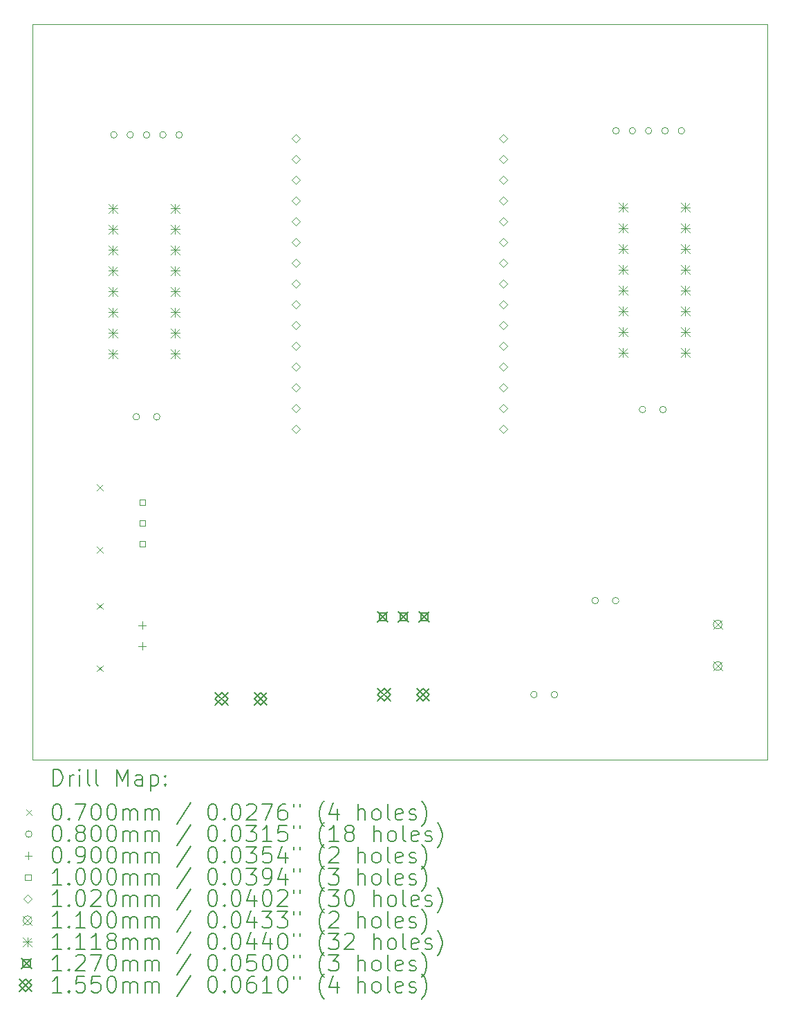
<source format=gbr>
%TF.GenerationSoftware,KiCad,Pcbnew,8.0.8*%
%TF.CreationDate,2025-02-24T10:42:33-05:00*%
%TF.ProjectId,filamento_3d,66696c61-6d65-46e7-946f-5f33642e6b69,rev?*%
%TF.SameCoordinates,Original*%
%TF.FileFunction,Drillmap*%
%TF.FilePolarity,Positive*%
%FSLAX45Y45*%
G04 Gerber Fmt 4.5, Leading zero omitted, Abs format (unit mm)*
G04 Created by KiCad (PCBNEW 8.0.8) date 2025-02-24 10:42:33*
%MOMM*%
%LPD*%
G01*
G04 APERTURE LIST*
%ADD10C,0.050000*%
%ADD11C,0.200000*%
%ADD12C,0.100000*%
%ADD13C,0.102000*%
%ADD14C,0.110000*%
%ADD15C,0.111760*%
%ADD16C,0.127000*%
%ADD17C,0.155000*%
G04 APERTURE END LIST*
D10*
X10054541Y-6000000D02*
X19054541Y-6000000D01*
X19054541Y-15000000D01*
X10054541Y-15000000D01*
X10054541Y-6000000D01*
D11*
D12*
X10847541Y-11630000D02*
X10917541Y-11700000D01*
X10917541Y-11630000D02*
X10847541Y-11700000D01*
X10847541Y-12392000D02*
X10917541Y-12462000D01*
X10917541Y-12392000D02*
X10847541Y-12462000D01*
X10847541Y-13080000D02*
X10917541Y-13150000D01*
X10917541Y-13080000D02*
X10847541Y-13150000D01*
X10847541Y-13842000D02*
X10917541Y-13912000D01*
X10917541Y-13842000D02*
X10847541Y-13912000D01*
X11094541Y-7350000D02*
G75*
G02*
X11014541Y-7350000I-40000J0D01*
G01*
X11014541Y-7350000D02*
G75*
G02*
X11094541Y-7350000I40000J0D01*
G01*
X11294541Y-7350000D02*
G75*
G02*
X11214541Y-7350000I-40000J0D01*
G01*
X11214541Y-7350000D02*
G75*
G02*
X11294541Y-7350000I40000J0D01*
G01*
X11369541Y-10800000D02*
G75*
G02*
X11289541Y-10800000I-40000J0D01*
G01*
X11289541Y-10800000D02*
G75*
G02*
X11369541Y-10800000I40000J0D01*
G01*
X11494541Y-7350000D02*
G75*
G02*
X11414541Y-7350000I-40000J0D01*
G01*
X11414541Y-7350000D02*
G75*
G02*
X11494541Y-7350000I40000J0D01*
G01*
X11619541Y-10800000D02*
G75*
G02*
X11539541Y-10800000I-40000J0D01*
G01*
X11539541Y-10800000D02*
G75*
G02*
X11619541Y-10800000I40000J0D01*
G01*
X11694541Y-7350000D02*
G75*
G02*
X11614541Y-7350000I-40000J0D01*
G01*
X11614541Y-7350000D02*
G75*
G02*
X11694541Y-7350000I40000J0D01*
G01*
X11894541Y-7350000D02*
G75*
G02*
X11814541Y-7350000I-40000J0D01*
G01*
X11814541Y-7350000D02*
G75*
G02*
X11894541Y-7350000I40000J0D01*
G01*
X16240000Y-14200000D02*
G75*
G02*
X16160000Y-14200000I-40000J0D01*
G01*
X16160000Y-14200000D02*
G75*
G02*
X16240000Y-14200000I40000J0D01*
G01*
X16490000Y-14200000D02*
G75*
G02*
X16410000Y-14200000I-40000J0D01*
G01*
X16410000Y-14200000D02*
G75*
G02*
X16490000Y-14200000I40000J0D01*
G01*
X16990000Y-13050000D02*
G75*
G02*
X16910000Y-13050000I-40000J0D01*
G01*
X16910000Y-13050000D02*
G75*
G02*
X16990000Y-13050000I40000J0D01*
G01*
X17240000Y-13050000D02*
G75*
G02*
X17160000Y-13050000I-40000J0D01*
G01*
X17160000Y-13050000D02*
G75*
G02*
X17240000Y-13050000I40000J0D01*
G01*
X17244541Y-7300000D02*
G75*
G02*
X17164541Y-7300000I-40000J0D01*
G01*
X17164541Y-7300000D02*
G75*
G02*
X17244541Y-7300000I40000J0D01*
G01*
X17444541Y-7300000D02*
G75*
G02*
X17364541Y-7300000I-40000J0D01*
G01*
X17364541Y-7300000D02*
G75*
G02*
X17444541Y-7300000I40000J0D01*
G01*
X17569541Y-10712000D02*
G75*
G02*
X17489541Y-10712000I-40000J0D01*
G01*
X17489541Y-10712000D02*
G75*
G02*
X17569541Y-10712000I40000J0D01*
G01*
X17644541Y-7300000D02*
G75*
G02*
X17564541Y-7300000I-40000J0D01*
G01*
X17564541Y-7300000D02*
G75*
G02*
X17644541Y-7300000I40000J0D01*
G01*
X17819541Y-10712000D02*
G75*
G02*
X17739541Y-10712000I-40000J0D01*
G01*
X17739541Y-10712000D02*
G75*
G02*
X17819541Y-10712000I40000J0D01*
G01*
X17844541Y-7300000D02*
G75*
G02*
X17764541Y-7300000I-40000J0D01*
G01*
X17764541Y-7300000D02*
G75*
G02*
X17844541Y-7300000I40000J0D01*
G01*
X18044541Y-7300000D02*
G75*
G02*
X17964541Y-7300000I-40000J0D01*
G01*
X17964541Y-7300000D02*
G75*
G02*
X18044541Y-7300000I40000J0D01*
G01*
X11400000Y-13305000D02*
X11400000Y-13395000D01*
X11355000Y-13350000D02*
X11445000Y-13350000D01*
X11400000Y-13559000D02*
X11400000Y-13649000D01*
X11355000Y-13604000D02*
X11445000Y-13604000D01*
X11439896Y-11881356D02*
X11439896Y-11810644D01*
X11369185Y-11810644D01*
X11369185Y-11881356D01*
X11439896Y-11881356D01*
X11439896Y-12135356D02*
X11439896Y-12064644D01*
X11369185Y-12064644D01*
X11369185Y-12135356D01*
X11439896Y-12135356D01*
X11439896Y-12389356D02*
X11439896Y-12318644D01*
X11369185Y-12318644D01*
X11369185Y-12389356D01*
X11439896Y-12389356D01*
D13*
X13284541Y-7445000D02*
X13335541Y-7394000D01*
X13284541Y-7343000D01*
X13233541Y-7394000D01*
X13284541Y-7445000D01*
X13284541Y-7699000D02*
X13335541Y-7648000D01*
X13284541Y-7597000D01*
X13233541Y-7648000D01*
X13284541Y-7699000D01*
X13284541Y-7953000D02*
X13335541Y-7902000D01*
X13284541Y-7851000D01*
X13233541Y-7902000D01*
X13284541Y-7953000D01*
X13284541Y-8207000D02*
X13335541Y-8156000D01*
X13284541Y-8105000D01*
X13233541Y-8156000D01*
X13284541Y-8207000D01*
X13284541Y-8461000D02*
X13335541Y-8410000D01*
X13284541Y-8359000D01*
X13233541Y-8410000D01*
X13284541Y-8461000D01*
X13284541Y-8715000D02*
X13335541Y-8664000D01*
X13284541Y-8613000D01*
X13233541Y-8664000D01*
X13284541Y-8715000D01*
X13284541Y-8969000D02*
X13335541Y-8918000D01*
X13284541Y-8867000D01*
X13233541Y-8918000D01*
X13284541Y-8969000D01*
X13284541Y-9223000D02*
X13335541Y-9172000D01*
X13284541Y-9121000D01*
X13233541Y-9172000D01*
X13284541Y-9223000D01*
X13284541Y-9477000D02*
X13335541Y-9426000D01*
X13284541Y-9375000D01*
X13233541Y-9426000D01*
X13284541Y-9477000D01*
X13284541Y-9731000D02*
X13335541Y-9680000D01*
X13284541Y-9629000D01*
X13233541Y-9680000D01*
X13284541Y-9731000D01*
X13284541Y-9985000D02*
X13335541Y-9934000D01*
X13284541Y-9883000D01*
X13233541Y-9934000D01*
X13284541Y-9985000D01*
X13284541Y-10239000D02*
X13335541Y-10188000D01*
X13284541Y-10137000D01*
X13233541Y-10188000D01*
X13284541Y-10239000D01*
X13284541Y-10493000D02*
X13335541Y-10442000D01*
X13284541Y-10391000D01*
X13233541Y-10442000D01*
X13284541Y-10493000D01*
X13284541Y-10747000D02*
X13335541Y-10696000D01*
X13284541Y-10645000D01*
X13233541Y-10696000D01*
X13284541Y-10747000D01*
X13284541Y-11001000D02*
X13335541Y-10950000D01*
X13284541Y-10899000D01*
X13233541Y-10950000D01*
X13284541Y-11001000D01*
X15824541Y-7445000D02*
X15875541Y-7394000D01*
X15824541Y-7343000D01*
X15773541Y-7394000D01*
X15824541Y-7445000D01*
X15824541Y-7699000D02*
X15875541Y-7648000D01*
X15824541Y-7597000D01*
X15773541Y-7648000D01*
X15824541Y-7699000D01*
X15824541Y-7953000D02*
X15875541Y-7902000D01*
X15824541Y-7851000D01*
X15773541Y-7902000D01*
X15824541Y-7953000D01*
X15824541Y-8207000D02*
X15875541Y-8156000D01*
X15824541Y-8105000D01*
X15773541Y-8156000D01*
X15824541Y-8207000D01*
X15824541Y-8461000D02*
X15875541Y-8410000D01*
X15824541Y-8359000D01*
X15773541Y-8410000D01*
X15824541Y-8461000D01*
X15824541Y-8715000D02*
X15875541Y-8664000D01*
X15824541Y-8613000D01*
X15773541Y-8664000D01*
X15824541Y-8715000D01*
X15824541Y-8969000D02*
X15875541Y-8918000D01*
X15824541Y-8867000D01*
X15773541Y-8918000D01*
X15824541Y-8969000D01*
X15824541Y-9223000D02*
X15875541Y-9172000D01*
X15824541Y-9121000D01*
X15773541Y-9172000D01*
X15824541Y-9223000D01*
X15824541Y-9477000D02*
X15875541Y-9426000D01*
X15824541Y-9375000D01*
X15773541Y-9426000D01*
X15824541Y-9477000D01*
X15824541Y-9731000D02*
X15875541Y-9680000D01*
X15824541Y-9629000D01*
X15773541Y-9680000D01*
X15824541Y-9731000D01*
X15824541Y-9985000D02*
X15875541Y-9934000D01*
X15824541Y-9883000D01*
X15773541Y-9934000D01*
X15824541Y-9985000D01*
X15824541Y-10239000D02*
X15875541Y-10188000D01*
X15824541Y-10137000D01*
X15773541Y-10188000D01*
X15824541Y-10239000D01*
X15824541Y-10493000D02*
X15875541Y-10442000D01*
X15824541Y-10391000D01*
X15773541Y-10442000D01*
X15824541Y-10493000D01*
X15824541Y-10747000D02*
X15875541Y-10696000D01*
X15824541Y-10645000D01*
X15773541Y-10696000D01*
X15824541Y-10747000D01*
X15824541Y-11001000D02*
X15875541Y-10950000D01*
X15824541Y-10899000D01*
X15773541Y-10950000D01*
X15824541Y-11001000D01*
D14*
X18395000Y-13287000D02*
X18505000Y-13397000D01*
X18505000Y-13287000D02*
X18395000Y-13397000D01*
X18505000Y-13342000D02*
G75*
G02*
X18395000Y-13342000I-55000J0D01*
G01*
X18395000Y-13342000D02*
G75*
G02*
X18505000Y-13342000I55000J0D01*
G01*
X18395000Y-13795000D02*
X18505000Y-13905000D01*
X18505000Y-13795000D02*
X18395000Y-13905000D01*
X18505000Y-13850000D02*
G75*
G02*
X18395000Y-13850000I-55000J0D01*
G01*
X18395000Y-13850000D02*
G75*
G02*
X18505000Y-13850000I55000J0D01*
G01*
D15*
X10986661Y-8194120D02*
X11098421Y-8305880D01*
X11098421Y-8194120D02*
X10986661Y-8305880D01*
X11042541Y-8194120D02*
X11042541Y-8305880D01*
X10986661Y-8250000D02*
X11098421Y-8250000D01*
X10986661Y-8448120D02*
X11098421Y-8559880D01*
X11098421Y-8448120D02*
X10986661Y-8559880D01*
X11042541Y-8448120D02*
X11042541Y-8559880D01*
X10986661Y-8504000D02*
X11098421Y-8504000D01*
X10986661Y-8702120D02*
X11098421Y-8813880D01*
X11098421Y-8702120D02*
X10986661Y-8813880D01*
X11042541Y-8702120D02*
X11042541Y-8813880D01*
X10986661Y-8758000D02*
X11098421Y-8758000D01*
X10986661Y-8956120D02*
X11098421Y-9067880D01*
X11098421Y-8956120D02*
X10986661Y-9067880D01*
X11042541Y-8956120D02*
X11042541Y-9067880D01*
X10986661Y-9012000D02*
X11098421Y-9012000D01*
X10986661Y-9210120D02*
X11098421Y-9321880D01*
X11098421Y-9210120D02*
X10986661Y-9321880D01*
X11042541Y-9210120D02*
X11042541Y-9321880D01*
X10986661Y-9266000D02*
X11098421Y-9266000D01*
X10986661Y-9464120D02*
X11098421Y-9575880D01*
X11098421Y-9464120D02*
X10986661Y-9575880D01*
X11042541Y-9464120D02*
X11042541Y-9575880D01*
X10986661Y-9520000D02*
X11098421Y-9520000D01*
X10986661Y-9718120D02*
X11098421Y-9829880D01*
X11098421Y-9718120D02*
X10986661Y-9829880D01*
X11042541Y-9718120D02*
X11042541Y-9829880D01*
X10986661Y-9774000D02*
X11098421Y-9774000D01*
X10986661Y-9972120D02*
X11098421Y-10083880D01*
X11098421Y-9972120D02*
X10986661Y-10083880D01*
X11042541Y-9972120D02*
X11042541Y-10083880D01*
X10986661Y-10028000D02*
X11098421Y-10028000D01*
X11748661Y-8194120D02*
X11860421Y-8305880D01*
X11860421Y-8194120D02*
X11748661Y-8305880D01*
X11804541Y-8194120D02*
X11804541Y-8305880D01*
X11748661Y-8250000D02*
X11860421Y-8250000D01*
X11748661Y-8448120D02*
X11860421Y-8559880D01*
X11860421Y-8448120D02*
X11748661Y-8559880D01*
X11804541Y-8448120D02*
X11804541Y-8559880D01*
X11748661Y-8504000D02*
X11860421Y-8504000D01*
X11748661Y-8702120D02*
X11860421Y-8813880D01*
X11860421Y-8702120D02*
X11748661Y-8813880D01*
X11804541Y-8702120D02*
X11804541Y-8813880D01*
X11748661Y-8758000D02*
X11860421Y-8758000D01*
X11748661Y-8956120D02*
X11860421Y-9067880D01*
X11860421Y-8956120D02*
X11748661Y-9067880D01*
X11804541Y-8956120D02*
X11804541Y-9067880D01*
X11748661Y-9012000D02*
X11860421Y-9012000D01*
X11748661Y-9210120D02*
X11860421Y-9321880D01*
X11860421Y-9210120D02*
X11748661Y-9321880D01*
X11804541Y-9210120D02*
X11804541Y-9321880D01*
X11748661Y-9266000D02*
X11860421Y-9266000D01*
X11748661Y-9464120D02*
X11860421Y-9575880D01*
X11860421Y-9464120D02*
X11748661Y-9575880D01*
X11804541Y-9464120D02*
X11804541Y-9575880D01*
X11748661Y-9520000D02*
X11860421Y-9520000D01*
X11748661Y-9718120D02*
X11860421Y-9829880D01*
X11860421Y-9718120D02*
X11748661Y-9829880D01*
X11804541Y-9718120D02*
X11804541Y-9829880D01*
X11748661Y-9774000D02*
X11860421Y-9774000D01*
X11748661Y-9972120D02*
X11860421Y-10083880D01*
X11860421Y-9972120D02*
X11748661Y-10083880D01*
X11804541Y-9972120D02*
X11804541Y-10083880D01*
X11748661Y-10028000D02*
X11860421Y-10028000D01*
X17236661Y-8182120D02*
X17348421Y-8293880D01*
X17348421Y-8182120D02*
X17236661Y-8293880D01*
X17292541Y-8182120D02*
X17292541Y-8293880D01*
X17236661Y-8238000D02*
X17348421Y-8238000D01*
X17236661Y-8436120D02*
X17348421Y-8547880D01*
X17348421Y-8436120D02*
X17236661Y-8547880D01*
X17292541Y-8436120D02*
X17292541Y-8547880D01*
X17236661Y-8492000D02*
X17348421Y-8492000D01*
X17236661Y-8690120D02*
X17348421Y-8801880D01*
X17348421Y-8690120D02*
X17236661Y-8801880D01*
X17292541Y-8690120D02*
X17292541Y-8801880D01*
X17236661Y-8746000D02*
X17348421Y-8746000D01*
X17236661Y-8944120D02*
X17348421Y-9055880D01*
X17348421Y-8944120D02*
X17236661Y-9055880D01*
X17292541Y-8944120D02*
X17292541Y-9055880D01*
X17236661Y-9000000D02*
X17348421Y-9000000D01*
X17236661Y-9198120D02*
X17348421Y-9309880D01*
X17348421Y-9198120D02*
X17236661Y-9309880D01*
X17292541Y-9198120D02*
X17292541Y-9309880D01*
X17236661Y-9254000D02*
X17348421Y-9254000D01*
X17236661Y-9452120D02*
X17348421Y-9563880D01*
X17348421Y-9452120D02*
X17236661Y-9563880D01*
X17292541Y-9452120D02*
X17292541Y-9563880D01*
X17236661Y-9508000D02*
X17348421Y-9508000D01*
X17236661Y-9706120D02*
X17348421Y-9817880D01*
X17348421Y-9706120D02*
X17236661Y-9817880D01*
X17292541Y-9706120D02*
X17292541Y-9817880D01*
X17236661Y-9762000D02*
X17348421Y-9762000D01*
X17236661Y-9960120D02*
X17348421Y-10071880D01*
X17348421Y-9960120D02*
X17236661Y-10071880D01*
X17292541Y-9960120D02*
X17292541Y-10071880D01*
X17236661Y-10016000D02*
X17348421Y-10016000D01*
X17998661Y-8182120D02*
X18110421Y-8293880D01*
X18110421Y-8182120D02*
X17998661Y-8293880D01*
X18054541Y-8182120D02*
X18054541Y-8293880D01*
X17998661Y-8238000D02*
X18110421Y-8238000D01*
X17998661Y-8436120D02*
X18110421Y-8547880D01*
X18110421Y-8436120D02*
X17998661Y-8547880D01*
X18054541Y-8436120D02*
X18054541Y-8547880D01*
X17998661Y-8492000D02*
X18110421Y-8492000D01*
X17998661Y-8690120D02*
X18110421Y-8801880D01*
X18110421Y-8690120D02*
X17998661Y-8801880D01*
X18054541Y-8690120D02*
X18054541Y-8801880D01*
X17998661Y-8746000D02*
X18110421Y-8746000D01*
X17998661Y-8944120D02*
X18110421Y-9055880D01*
X18110421Y-8944120D02*
X17998661Y-9055880D01*
X18054541Y-8944120D02*
X18054541Y-9055880D01*
X17998661Y-9000000D02*
X18110421Y-9000000D01*
X17998661Y-9198120D02*
X18110421Y-9309880D01*
X18110421Y-9198120D02*
X17998661Y-9309880D01*
X18054541Y-9198120D02*
X18054541Y-9309880D01*
X17998661Y-9254000D02*
X18110421Y-9254000D01*
X17998661Y-9452120D02*
X18110421Y-9563880D01*
X18110421Y-9452120D02*
X17998661Y-9563880D01*
X18054541Y-9452120D02*
X18054541Y-9563880D01*
X17998661Y-9508000D02*
X18110421Y-9508000D01*
X17998661Y-9706120D02*
X18110421Y-9817880D01*
X18110421Y-9706120D02*
X17998661Y-9817880D01*
X18054541Y-9706120D02*
X18054541Y-9817880D01*
X17998661Y-9762000D02*
X18110421Y-9762000D01*
X17998661Y-9960120D02*
X18110421Y-10071880D01*
X18110421Y-9960120D02*
X17998661Y-10071880D01*
X18054541Y-9960120D02*
X18054541Y-10071880D01*
X17998661Y-10016000D02*
X18110421Y-10016000D01*
D16*
X14287041Y-13186500D02*
X14414041Y-13313500D01*
X14414041Y-13186500D02*
X14287041Y-13313500D01*
X14395442Y-13294902D02*
X14395442Y-13205098D01*
X14305639Y-13205098D01*
X14305639Y-13294902D01*
X14395442Y-13294902D01*
X14541041Y-13186500D02*
X14668041Y-13313500D01*
X14668041Y-13186500D02*
X14541041Y-13313500D01*
X14649442Y-13294902D02*
X14649442Y-13205098D01*
X14559639Y-13205098D01*
X14559639Y-13294902D01*
X14649442Y-13294902D01*
X14795041Y-13186500D02*
X14922041Y-13313500D01*
X14922041Y-13186500D02*
X14795041Y-13313500D01*
X14903442Y-13294902D02*
X14903442Y-13205098D01*
X14813639Y-13205098D01*
X14813639Y-13294902D01*
X14903442Y-13294902D01*
D17*
X12297041Y-14172500D02*
X12452041Y-14327500D01*
X12452041Y-14172500D02*
X12297041Y-14327500D01*
X12374541Y-14327500D02*
X12452041Y-14250000D01*
X12374541Y-14172500D01*
X12297041Y-14250000D01*
X12374541Y-14327500D01*
X12777041Y-14172500D02*
X12932041Y-14327500D01*
X12932041Y-14172500D02*
X12777041Y-14327500D01*
X12854541Y-14327500D02*
X12932041Y-14250000D01*
X12854541Y-14172500D01*
X12777041Y-14250000D01*
X12854541Y-14327500D01*
X14287041Y-14122500D02*
X14442041Y-14277500D01*
X14442041Y-14122500D02*
X14287041Y-14277500D01*
X14364541Y-14277500D02*
X14442041Y-14200000D01*
X14364541Y-14122500D01*
X14287041Y-14200000D01*
X14364541Y-14277500D01*
X14767041Y-14122500D02*
X14922041Y-14277500D01*
X14922041Y-14122500D02*
X14767041Y-14277500D01*
X14844541Y-14277500D02*
X14922041Y-14200000D01*
X14844541Y-14122500D01*
X14767041Y-14200000D01*
X14844541Y-14277500D01*
D11*
X10312817Y-15313984D02*
X10312817Y-15113984D01*
X10312817Y-15113984D02*
X10360436Y-15113984D01*
X10360436Y-15113984D02*
X10389008Y-15123508D01*
X10389008Y-15123508D02*
X10408056Y-15142555D01*
X10408056Y-15142555D02*
X10417579Y-15161603D01*
X10417579Y-15161603D02*
X10427103Y-15199698D01*
X10427103Y-15199698D02*
X10427103Y-15228269D01*
X10427103Y-15228269D02*
X10417579Y-15266365D01*
X10417579Y-15266365D02*
X10408056Y-15285412D01*
X10408056Y-15285412D02*
X10389008Y-15304460D01*
X10389008Y-15304460D02*
X10360436Y-15313984D01*
X10360436Y-15313984D02*
X10312817Y-15313984D01*
X10512817Y-15313984D02*
X10512817Y-15180650D01*
X10512817Y-15218746D02*
X10522341Y-15199698D01*
X10522341Y-15199698D02*
X10531865Y-15190174D01*
X10531865Y-15190174D02*
X10550913Y-15180650D01*
X10550913Y-15180650D02*
X10569960Y-15180650D01*
X10636627Y-15313984D02*
X10636627Y-15180650D01*
X10636627Y-15113984D02*
X10627103Y-15123508D01*
X10627103Y-15123508D02*
X10636627Y-15133031D01*
X10636627Y-15133031D02*
X10646151Y-15123508D01*
X10646151Y-15123508D02*
X10636627Y-15113984D01*
X10636627Y-15113984D02*
X10636627Y-15133031D01*
X10760436Y-15313984D02*
X10741389Y-15304460D01*
X10741389Y-15304460D02*
X10731865Y-15285412D01*
X10731865Y-15285412D02*
X10731865Y-15113984D01*
X10865198Y-15313984D02*
X10846151Y-15304460D01*
X10846151Y-15304460D02*
X10836627Y-15285412D01*
X10836627Y-15285412D02*
X10836627Y-15113984D01*
X11093770Y-15313984D02*
X11093770Y-15113984D01*
X11093770Y-15113984D02*
X11160437Y-15256841D01*
X11160437Y-15256841D02*
X11227103Y-15113984D01*
X11227103Y-15113984D02*
X11227103Y-15313984D01*
X11408055Y-15313984D02*
X11408055Y-15209222D01*
X11408055Y-15209222D02*
X11398532Y-15190174D01*
X11398532Y-15190174D02*
X11379484Y-15180650D01*
X11379484Y-15180650D02*
X11341389Y-15180650D01*
X11341389Y-15180650D02*
X11322341Y-15190174D01*
X11408055Y-15304460D02*
X11389008Y-15313984D01*
X11389008Y-15313984D02*
X11341389Y-15313984D01*
X11341389Y-15313984D02*
X11322341Y-15304460D01*
X11322341Y-15304460D02*
X11312817Y-15285412D01*
X11312817Y-15285412D02*
X11312817Y-15266365D01*
X11312817Y-15266365D02*
X11322341Y-15247317D01*
X11322341Y-15247317D02*
X11341389Y-15237793D01*
X11341389Y-15237793D02*
X11389008Y-15237793D01*
X11389008Y-15237793D02*
X11408055Y-15228269D01*
X11503294Y-15180650D02*
X11503294Y-15380650D01*
X11503294Y-15190174D02*
X11522341Y-15180650D01*
X11522341Y-15180650D02*
X11560436Y-15180650D01*
X11560436Y-15180650D02*
X11579484Y-15190174D01*
X11579484Y-15190174D02*
X11589008Y-15199698D01*
X11589008Y-15199698D02*
X11598532Y-15218746D01*
X11598532Y-15218746D02*
X11598532Y-15275888D01*
X11598532Y-15275888D02*
X11589008Y-15294936D01*
X11589008Y-15294936D02*
X11579484Y-15304460D01*
X11579484Y-15304460D02*
X11560436Y-15313984D01*
X11560436Y-15313984D02*
X11522341Y-15313984D01*
X11522341Y-15313984D02*
X11503294Y-15304460D01*
X11684246Y-15294936D02*
X11693770Y-15304460D01*
X11693770Y-15304460D02*
X11684246Y-15313984D01*
X11684246Y-15313984D02*
X11674722Y-15304460D01*
X11674722Y-15304460D02*
X11684246Y-15294936D01*
X11684246Y-15294936D02*
X11684246Y-15313984D01*
X11684246Y-15190174D02*
X11693770Y-15199698D01*
X11693770Y-15199698D02*
X11684246Y-15209222D01*
X11684246Y-15209222D02*
X11674722Y-15199698D01*
X11674722Y-15199698D02*
X11684246Y-15190174D01*
X11684246Y-15190174D02*
X11684246Y-15209222D01*
D12*
X9982041Y-15607500D02*
X10052041Y-15677500D01*
X10052041Y-15607500D02*
X9982041Y-15677500D01*
D11*
X10350913Y-15533984D02*
X10369960Y-15533984D01*
X10369960Y-15533984D02*
X10389008Y-15543508D01*
X10389008Y-15543508D02*
X10398532Y-15553031D01*
X10398532Y-15553031D02*
X10408056Y-15572079D01*
X10408056Y-15572079D02*
X10417579Y-15610174D01*
X10417579Y-15610174D02*
X10417579Y-15657793D01*
X10417579Y-15657793D02*
X10408056Y-15695888D01*
X10408056Y-15695888D02*
X10398532Y-15714936D01*
X10398532Y-15714936D02*
X10389008Y-15724460D01*
X10389008Y-15724460D02*
X10369960Y-15733984D01*
X10369960Y-15733984D02*
X10350913Y-15733984D01*
X10350913Y-15733984D02*
X10331865Y-15724460D01*
X10331865Y-15724460D02*
X10322341Y-15714936D01*
X10322341Y-15714936D02*
X10312817Y-15695888D01*
X10312817Y-15695888D02*
X10303294Y-15657793D01*
X10303294Y-15657793D02*
X10303294Y-15610174D01*
X10303294Y-15610174D02*
X10312817Y-15572079D01*
X10312817Y-15572079D02*
X10322341Y-15553031D01*
X10322341Y-15553031D02*
X10331865Y-15543508D01*
X10331865Y-15543508D02*
X10350913Y-15533984D01*
X10503294Y-15714936D02*
X10512817Y-15724460D01*
X10512817Y-15724460D02*
X10503294Y-15733984D01*
X10503294Y-15733984D02*
X10493770Y-15724460D01*
X10493770Y-15724460D02*
X10503294Y-15714936D01*
X10503294Y-15714936D02*
X10503294Y-15733984D01*
X10579484Y-15533984D02*
X10712817Y-15533984D01*
X10712817Y-15533984D02*
X10627103Y-15733984D01*
X10827103Y-15533984D02*
X10846151Y-15533984D01*
X10846151Y-15533984D02*
X10865198Y-15543508D01*
X10865198Y-15543508D02*
X10874722Y-15553031D01*
X10874722Y-15553031D02*
X10884246Y-15572079D01*
X10884246Y-15572079D02*
X10893770Y-15610174D01*
X10893770Y-15610174D02*
X10893770Y-15657793D01*
X10893770Y-15657793D02*
X10884246Y-15695888D01*
X10884246Y-15695888D02*
X10874722Y-15714936D01*
X10874722Y-15714936D02*
X10865198Y-15724460D01*
X10865198Y-15724460D02*
X10846151Y-15733984D01*
X10846151Y-15733984D02*
X10827103Y-15733984D01*
X10827103Y-15733984D02*
X10808056Y-15724460D01*
X10808056Y-15724460D02*
X10798532Y-15714936D01*
X10798532Y-15714936D02*
X10789008Y-15695888D01*
X10789008Y-15695888D02*
X10779484Y-15657793D01*
X10779484Y-15657793D02*
X10779484Y-15610174D01*
X10779484Y-15610174D02*
X10789008Y-15572079D01*
X10789008Y-15572079D02*
X10798532Y-15553031D01*
X10798532Y-15553031D02*
X10808056Y-15543508D01*
X10808056Y-15543508D02*
X10827103Y-15533984D01*
X11017579Y-15533984D02*
X11036627Y-15533984D01*
X11036627Y-15533984D02*
X11055675Y-15543508D01*
X11055675Y-15543508D02*
X11065198Y-15553031D01*
X11065198Y-15553031D02*
X11074722Y-15572079D01*
X11074722Y-15572079D02*
X11084246Y-15610174D01*
X11084246Y-15610174D02*
X11084246Y-15657793D01*
X11084246Y-15657793D02*
X11074722Y-15695888D01*
X11074722Y-15695888D02*
X11065198Y-15714936D01*
X11065198Y-15714936D02*
X11055675Y-15724460D01*
X11055675Y-15724460D02*
X11036627Y-15733984D01*
X11036627Y-15733984D02*
X11017579Y-15733984D01*
X11017579Y-15733984D02*
X10998532Y-15724460D01*
X10998532Y-15724460D02*
X10989008Y-15714936D01*
X10989008Y-15714936D02*
X10979484Y-15695888D01*
X10979484Y-15695888D02*
X10969960Y-15657793D01*
X10969960Y-15657793D02*
X10969960Y-15610174D01*
X10969960Y-15610174D02*
X10979484Y-15572079D01*
X10979484Y-15572079D02*
X10989008Y-15553031D01*
X10989008Y-15553031D02*
X10998532Y-15543508D01*
X10998532Y-15543508D02*
X11017579Y-15533984D01*
X11169960Y-15733984D02*
X11169960Y-15600650D01*
X11169960Y-15619698D02*
X11179484Y-15610174D01*
X11179484Y-15610174D02*
X11198532Y-15600650D01*
X11198532Y-15600650D02*
X11227103Y-15600650D01*
X11227103Y-15600650D02*
X11246151Y-15610174D01*
X11246151Y-15610174D02*
X11255675Y-15629222D01*
X11255675Y-15629222D02*
X11255675Y-15733984D01*
X11255675Y-15629222D02*
X11265198Y-15610174D01*
X11265198Y-15610174D02*
X11284246Y-15600650D01*
X11284246Y-15600650D02*
X11312817Y-15600650D01*
X11312817Y-15600650D02*
X11331865Y-15610174D01*
X11331865Y-15610174D02*
X11341389Y-15629222D01*
X11341389Y-15629222D02*
X11341389Y-15733984D01*
X11436627Y-15733984D02*
X11436627Y-15600650D01*
X11436627Y-15619698D02*
X11446151Y-15610174D01*
X11446151Y-15610174D02*
X11465198Y-15600650D01*
X11465198Y-15600650D02*
X11493770Y-15600650D01*
X11493770Y-15600650D02*
X11512817Y-15610174D01*
X11512817Y-15610174D02*
X11522341Y-15629222D01*
X11522341Y-15629222D02*
X11522341Y-15733984D01*
X11522341Y-15629222D02*
X11531865Y-15610174D01*
X11531865Y-15610174D02*
X11550913Y-15600650D01*
X11550913Y-15600650D02*
X11579484Y-15600650D01*
X11579484Y-15600650D02*
X11598532Y-15610174D01*
X11598532Y-15610174D02*
X11608056Y-15629222D01*
X11608056Y-15629222D02*
X11608056Y-15733984D01*
X11998532Y-15524460D02*
X11827103Y-15781603D01*
X12255675Y-15533984D02*
X12274722Y-15533984D01*
X12274722Y-15533984D02*
X12293770Y-15543508D01*
X12293770Y-15543508D02*
X12303294Y-15553031D01*
X12303294Y-15553031D02*
X12312818Y-15572079D01*
X12312818Y-15572079D02*
X12322341Y-15610174D01*
X12322341Y-15610174D02*
X12322341Y-15657793D01*
X12322341Y-15657793D02*
X12312818Y-15695888D01*
X12312818Y-15695888D02*
X12303294Y-15714936D01*
X12303294Y-15714936D02*
X12293770Y-15724460D01*
X12293770Y-15724460D02*
X12274722Y-15733984D01*
X12274722Y-15733984D02*
X12255675Y-15733984D01*
X12255675Y-15733984D02*
X12236627Y-15724460D01*
X12236627Y-15724460D02*
X12227103Y-15714936D01*
X12227103Y-15714936D02*
X12217579Y-15695888D01*
X12217579Y-15695888D02*
X12208056Y-15657793D01*
X12208056Y-15657793D02*
X12208056Y-15610174D01*
X12208056Y-15610174D02*
X12217579Y-15572079D01*
X12217579Y-15572079D02*
X12227103Y-15553031D01*
X12227103Y-15553031D02*
X12236627Y-15543508D01*
X12236627Y-15543508D02*
X12255675Y-15533984D01*
X12408056Y-15714936D02*
X12417579Y-15724460D01*
X12417579Y-15724460D02*
X12408056Y-15733984D01*
X12408056Y-15733984D02*
X12398532Y-15724460D01*
X12398532Y-15724460D02*
X12408056Y-15714936D01*
X12408056Y-15714936D02*
X12408056Y-15733984D01*
X12541389Y-15533984D02*
X12560437Y-15533984D01*
X12560437Y-15533984D02*
X12579484Y-15543508D01*
X12579484Y-15543508D02*
X12589008Y-15553031D01*
X12589008Y-15553031D02*
X12598532Y-15572079D01*
X12598532Y-15572079D02*
X12608056Y-15610174D01*
X12608056Y-15610174D02*
X12608056Y-15657793D01*
X12608056Y-15657793D02*
X12598532Y-15695888D01*
X12598532Y-15695888D02*
X12589008Y-15714936D01*
X12589008Y-15714936D02*
X12579484Y-15724460D01*
X12579484Y-15724460D02*
X12560437Y-15733984D01*
X12560437Y-15733984D02*
X12541389Y-15733984D01*
X12541389Y-15733984D02*
X12522341Y-15724460D01*
X12522341Y-15724460D02*
X12512818Y-15714936D01*
X12512818Y-15714936D02*
X12503294Y-15695888D01*
X12503294Y-15695888D02*
X12493770Y-15657793D01*
X12493770Y-15657793D02*
X12493770Y-15610174D01*
X12493770Y-15610174D02*
X12503294Y-15572079D01*
X12503294Y-15572079D02*
X12512818Y-15553031D01*
X12512818Y-15553031D02*
X12522341Y-15543508D01*
X12522341Y-15543508D02*
X12541389Y-15533984D01*
X12684246Y-15553031D02*
X12693770Y-15543508D01*
X12693770Y-15543508D02*
X12712818Y-15533984D01*
X12712818Y-15533984D02*
X12760437Y-15533984D01*
X12760437Y-15533984D02*
X12779484Y-15543508D01*
X12779484Y-15543508D02*
X12789008Y-15553031D01*
X12789008Y-15553031D02*
X12798532Y-15572079D01*
X12798532Y-15572079D02*
X12798532Y-15591127D01*
X12798532Y-15591127D02*
X12789008Y-15619698D01*
X12789008Y-15619698D02*
X12674722Y-15733984D01*
X12674722Y-15733984D02*
X12798532Y-15733984D01*
X12865199Y-15533984D02*
X12998532Y-15533984D01*
X12998532Y-15533984D02*
X12912818Y-15733984D01*
X13160437Y-15533984D02*
X13122341Y-15533984D01*
X13122341Y-15533984D02*
X13103294Y-15543508D01*
X13103294Y-15543508D02*
X13093770Y-15553031D01*
X13093770Y-15553031D02*
X13074722Y-15581603D01*
X13074722Y-15581603D02*
X13065199Y-15619698D01*
X13065199Y-15619698D02*
X13065199Y-15695888D01*
X13065199Y-15695888D02*
X13074722Y-15714936D01*
X13074722Y-15714936D02*
X13084246Y-15724460D01*
X13084246Y-15724460D02*
X13103294Y-15733984D01*
X13103294Y-15733984D02*
X13141389Y-15733984D01*
X13141389Y-15733984D02*
X13160437Y-15724460D01*
X13160437Y-15724460D02*
X13169960Y-15714936D01*
X13169960Y-15714936D02*
X13179484Y-15695888D01*
X13179484Y-15695888D02*
X13179484Y-15648269D01*
X13179484Y-15648269D02*
X13169960Y-15629222D01*
X13169960Y-15629222D02*
X13160437Y-15619698D01*
X13160437Y-15619698D02*
X13141389Y-15610174D01*
X13141389Y-15610174D02*
X13103294Y-15610174D01*
X13103294Y-15610174D02*
X13084246Y-15619698D01*
X13084246Y-15619698D02*
X13074722Y-15629222D01*
X13074722Y-15629222D02*
X13065199Y-15648269D01*
X13255675Y-15533984D02*
X13255675Y-15572079D01*
X13331865Y-15533984D02*
X13331865Y-15572079D01*
X13627103Y-15810174D02*
X13617580Y-15800650D01*
X13617580Y-15800650D02*
X13598532Y-15772079D01*
X13598532Y-15772079D02*
X13589008Y-15753031D01*
X13589008Y-15753031D02*
X13579484Y-15724460D01*
X13579484Y-15724460D02*
X13569961Y-15676841D01*
X13569961Y-15676841D02*
X13569961Y-15638746D01*
X13569961Y-15638746D02*
X13579484Y-15591127D01*
X13579484Y-15591127D02*
X13589008Y-15562555D01*
X13589008Y-15562555D02*
X13598532Y-15543508D01*
X13598532Y-15543508D02*
X13617580Y-15514936D01*
X13617580Y-15514936D02*
X13627103Y-15505412D01*
X13789008Y-15600650D02*
X13789008Y-15733984D01*
X13741389Y-15524460D02*
X13693770Y-15667317D01*
X13693770Y-15667317D02*
X13817580Y-15667317D01*
X14046151Y-15733984D02*
X14046151Y-15533984D01*
X14131865Y-15733984D02*
X14131865Y-15629222D01*
X14131865Y-15629222D02*
X14122342Y-15610174D01*
X14122342Y-15610174D02*
X14103294Y-15600650D01*
X14103294Y-15600650D02*
X14074722Y-15600650D01*
X14074722Y-15600650D02*
X14055675Y-15610174D01*
X14055675Y-15610174D02*
X14046151Y-15619698D01*
X14255675Y-15733984D02*
X14236627Y-15724460D01*
X14236627Y-15724460D02*
X14227103Y-15714936D01*
X14227103Y-15714936D02*
X14217580Y-15695888D01*
X14217580Y-15695888D02*
X14217580Y-15638746D01*
X14217580Y-15638746D02*
X14227103Y-15619698D01*
X14227103Y-15619698D02*
X14236627Y-15610174D01*
X14236627Y-15610174D02*
X14255675Y-15600650D01*
X14255675Y-15600650D02*
X14284246Y-15600650D01*
X14284246Y-15600650D02*
X14303294Y-15610174D01*
X14303294Y-15610174D02*
X14312818Y-15619698D01*
X14312818Y-15619698D02*
X14322342Y-15638746D01*
X14322342Y-15638746D02*
X14322342Y-15695888D01*
X14322342Y-15695888D02*
X14312818Y-15714936D01*
X14312818Y-15714936D02*
X14303294Y-15724460D01*
X14303294Y-15724460D02*
X14284246Y-15733984D01*
X14284246Y-15733984D02*
X14255675Y-15733984D01*
X14436627Y-15733984D02*
X14417580Y-15724460D01*
X14417580Y-15724460D02*
X14408056Y-15705412D01*
X14408056Y-15705412D02*
X14408056Y-15533984D01*
X14589008Y-15724460D02*
X14569961Y-15733984D01*
X14569961Y-15733984D02*
X14531865Y-15733984D01*
X14531865Y-15733984D02*
X14512818Y-15724460D01*
X14512818Y-15724460D02*
X14503294Y-15705412D01*
X14503294Y-15705412D02*
X14503294Y-15629222D01*
X14503294Y-15629222D02*
X14512818Y-15610174D01*
X14512818Y-15610174D02*
X14531865Y-15600650D01*
X14531865Y-15600650D02*
X14569961Y-15600650D01*
X14569961Y-15600650D02*
X14589008Y-15610174D01*
X14589008Y-15610174D02*
X14598532Y-15629222D01*
X14598532Y-15629222D02*
X14598532Y-15648269D01*
X14598532Y-15648269D02*
X14503294Y-15667317D01*
X14674723Y-15724460D02*
X14693770Y-15733984D01*
X14693770Y-15733984D02*
X14731865Y-15733984D01*
X14731865Y-15733984D02*
X14750913Y-15724460D01*
X14750913Y-15724460D02*
X14760437Y-15705412D01*
X14760437Y-15705412D02*
X14760437Y-15695888D01*
X14760437Y-15695888D02*
X14750913Y-15676841D01*
X14750913Y-15676841D02*
X14731865Y-15667317D01*
X14731865Y-15667317D02*
X14703294Y-15667317D01*
X14703294Y-15667317D02*
X14684246Y-15657793D01*
X14684246Y-15657793D02*
X14674723Y-15638746D01*
X14674723Y-15638746D02*
X14674723Y-15629222D01*
X14674723Y-15629222D02*
X14684246Y-15610174D01*
X14684246Y-15610174D02*
X14703294Y-15600650D01*
X14703294Y-15600650D02*
X14731865Y-15600650D01*
X14731865Y-15600650D02*
X14750913Y-15610174D01*
X14827104Y-15810174D02*
X14836627Y-15800650D01*
X14836627Y-15800650D02*
X14855675Y-15772079D01*
X14855675Y-15772079D02*
X14865199Y-15753031D01*
X14865199Y-15753031D02*
X14874723Y-15724460D01*
X14874723Y-15724460D02*
X14884246Y-15676841D01*
X14884246Y-15676841D02*
X14884246Y-15638746D01*
X14884246Y-15638746D02*
X14874723Y-15591127D01*
X14874723Y-15591127D02*
X14865199Y-15562555D01*
X14865199Y-15562555D02*
X14855675Y-15543508D01*
X14855675Y-15543508D02*
X14836627Y-15514936D01*
X14836627Y-15514936D02*
X14827104Y-15505412D01*
D12*
X10052041Y-15906500D02*
G75*
G02*
X9972041Y-15906500I-40000J0D01*
G01*
X9972041Y-15906500D02*
G75*
G02*
X10052041Y-15906500I40000J0D01*
G01*
D11*
X10350913Y-15797984D02*
X10369960Y-15797984D01*
X10369960Y-15797984D02*
X10389008Y-15807508D01*
X10389008Y-15807508D02*
X10398532Y-15817031D01*
X10398532Y-15817031D02*
X10408056Y-15836079D01*
X10408056Y-15836079D02*
X10417579Y-15874174D01*
X10417579Y-15874174D02*
X10417579Y-15921793D01*
X10417579Y-15921793D02*
X10408056Y-15959888D01*
X10408056Y-15959888D02*
X10398532Y-15978936D01*
X10398532Y-15978936D02*
X10389008Y-15988460D01*
X10389008Y-15988460D02*
X10369960Y-15997984D01*
X10369960Y-15997984D02*
X10350913Y-15997984D01*
X10350913Y-15997984D02*
X10331865Y-15988460D01*
X10331865Y-15988460D02*
X10322341Y-15978936D01*
X10322341Y-15978936D02*
X10312817Y-15959888D01*
X10312817Y-15959888D02*
X10303294Y-15921793D01*
X10303294Y-15921793D02*
X10303294Y-15874174D01*
X10303294Y-15874174D02*
X10312817Y-15836079D01*
X10312817Y-15836079D02*
X10322341Y-15817031D01*
X10322341Y-15817031D02*
X10331865Y-15807508D01*
X10331865Y-15807508D02*
X10350913Y-15797984D01*
X10503294Y-15978936D02*
X10512817Y-15988460D01*
X10512817Y-15988460D02*
X10503294Y-15997984D01*
X10503294Y-15997984D02*
X10493770Y-15988460D01*
X10493770Y-15988460D02*
X10503294Y-15978936D01*
X10503294Y-15978936D02*
X10503294Y-15997984D01*
X10627103Y-15883698D02*
X10608056Y-15874174D01*
X10608056Y-15874174D02*
X10598532Y-15864650D01*
X10598532Y-15864650D02*
X10589008Y-15845603D01*
X10589008Y-15845603D02*
X10589008Y-15836079D01*
X10589008Y-15836079D02*
X10598532Y-15817031D01*
X10598532Y-15817031D02*
X10608056Y-15807508D01*
X10608056Y-15807508D02*
X10627103Y-15797984D01*
X10627103Y-15797984D02*
X10665198Y-15797984D01*
X10665198Y-15797984D02*
X10684246Y-15807508D01*
X10684246Y-15807508D02*
X10693770Y-15817031D01*
X10693770Y-15817031D02*
X10703294Y-15836079D01*
X10703294Y-15836079D02*
X10703294Y-15845603D01*
X10703294Y-15845603D02*
X10693770Y-15864650D01*
X10693770Y-15864650D02*
X10684246Y-15874174D01*
X10684246Y-15874174D02*
X10665198Y-15883698D01*
X10665198Y-15883698D02*
X10627103Y-15883698D01*
X10627103Y-15883698D02*
X10608056Y-15893222D01*
X10608056Y-15893222D02*
X10598532Y-15902746D01*
X10598532Y-15902746D02*
X10589008Y-15921793D01*
X10589008Y-15921793D02*
X10589008Y-15959888D01*
X10589008Y-15959888D02*
X10598532Y-15978936D01*
X10598532Y-15978936D02*
X10608056Y-15988460D01*
X10608056Y-15988460D02*
X10627103Y-15997984D01*
X10627103Y-15997984D02*
X10665198Y-15997984D01*
X10665198Y-15997984D02*
X10684246Y-15988460D01*
X10684246Y-15988460D02*
X10693770Y-15978936D01*
X10693770Y-15978936D02*
X10703294Y-15959888D01*
X10703294Y-15959888D02*
X10703294Y-15921793D01*
X10703294Y-15921793D02*
X10693770Y-15902746D01*
X10693770Y-15902746D02*
X10684246Y-15893222D01*
X10684246Y-15893222D02*
X10665198Y-15883698D01*
X10827103Y-15797984D02*
X10846151Y-15797984D01*
X10846151Y-15797984D02*
X10865198Y-15807508D01*
X10865198Y-15807508D02*
X10874722Y-15817031D01*
X10874722Y-15817031D02*
X10884246Y-15836079D01*
X10884246Y-15836079D02*
X10893770Y-15874174D01*
X10893770Y-15874174D02*
X10893770Y-15921793D01*
X10893770Y-15921793D02*
X10884246Y-15959888D01*
X10884246Y-15959888D02*
X10874722Y-15978936D01*
X10874722Y-15978936D02*
X10865198Y-15988460D01*
X10865198Y-15988460D02*
X10846151Y-15997984D01*
X10846151Y-15997984D02*
X10827103Y-15997984D01*
X10827103Y-15997984D02*
X10808056Y-15988460D01*
X10808056Y-15988460D02*
X10798532Y-15978936D01*
X10798532Y-15978936D02*
X10789008Y-15959888D01*
X10789008Y-15959888D02*
X10779484Y-15921793D01*
X10779484Y-15921793D02*
X10779484Y-15874174D01*
X10779484Y-15874174D02*
X10789008Y-15836079D01*
X10789008Y-15836079D02*
X10798532Y-15817031D01*
X10798532Y-15817031D02*
X10808056Y-15807508D01*
X10808056Y-15807508D02*
X10827103Y-15797984D01*
X11017579Y-15797984D02*
X11036627Y-15797984D01*
X11036627Y-15797984D02*
X11055675Y-15807508D01*
X11055675Y-15807508D02*
X11065198Y-15817031D01*
X11065198Y-15817031D02*
X11074722Y-15836079D01*
X11074722Y-15836079D02*
X11084246Y-15874174D01*
X11084246Y-15874174D02*
X11084246Y-15921793D01*
X11084246Y-15921793D02*
X11074722Y-15959888D01*
X11074722Y-15959888D02*
X11065198Y-15978936D01*
X11065198Y-15978936D02*
X11055675Y-15988460D01*
X11055675Y-15988460D02*
X11036627Y-15997984D01*
X11036627Y-15997984D02*
X11017579Y-15997984D01*
X11017579Y-15997984D02*
X10998532Y-15988460D01*
X10998532Y-15988460D02*
X10989008Y-15978936D01*
X10989008Y-15978936D02*
X10979484Y-15959888D01*
X10979484Y-15959888D02*
X10969960Y-15921793D01*
X10969960Y-15921793D02*
X10969960Y-15874174D01*
X10969960Y-15874174D02*
X10979484Y-15836079D01*
X10979484Y-15836079D02*
X10989008Y-15817031D01*
X10989008Y-15817031D02*
X10998532Y-15807508D01*
X10998532Y-15807508D02*
X11017579Y-15797984D01*
X11169960Y-15997984D02*
X11169960Y-15864650D01*
X11169960Y-15883698D02*
X11179484Y-15874174D01*
X11179484Y-15874174D02*
X11198532Y-15864650D01*
X11198532Y-15864650D02*
X11227103Y-15864650D01*
X11227103Y-15864650D02*
X11246151Y-15874174D01*
X11246151Y-15874174D02*
X11255675Y-15893222D01*
X11255675Y-15893222D02*
X11255675Y-15997984D01*
X11255675Y-15893222D02*
X11265198Y-15874174D01*
X11265198Y-15874174D02*
X11284246Y-15864650D01*
X11284246Y-15864650D02*
X11312817Y-15864650D01*
X11312817Y-15864650D02*
X11331865Y-15874174D01*
X11331865Y-15874174D02*
X11341389Y-15893222D01*
X11341389Y-15893222D02*
X11341389Y-15997984D01*
X11436627Y-15997984D02*
X11436627Y-15864650D01*
X11436627Y-15883698D02*
X11446151Y-15874174D01*
X11446151Y-15874174D02*
X11465198Y-15864650D01*
X11465198Y-15864650D02*
X11493770Y-15864650D01*
X11493770Y-15864650D02*
X11512817Y-15874174D01*
X11512817Y-15874174D02*
X11522341Y-15893222D01*
X11522341Y-15893222D02*
X11522341Y-15997984D01*
X11522341Y-15893222D02*
X11531865Y-15874174D01*
X11531865Y-15874174D02*
X11550913Y-15864650D01*
X11550913Y-15864650D02*
X11579484Y-15864650D01*
X11579484Y-15864650D02*
X11598532Y-15874174D01*
X11598532Y-15874174D02*
X11608056Y-15893222D01*
X11608056Y-15893222D02*
X11608056Y-15997984D01*
X11998532Y-15788460D02*
X11827103Y-16045603D01*
X12255675Y-15797984D02*
X12274722Y-15797984D01*
X12274722Y-15797984D02*
X12293770Y-15807508D01*
X12293770Y-15807508D02*
X12303294Y-15817031D01*
X12303294Y-15817031D02*
X12312818Y-15836079D01*
X12312818Y-15836079D02*
X12322341Y-15874174D01*
X12322341Y-15874174D02*
X12322341Y-15921793D01*
X12322341Y-15921793D02*
X12312818Y-15959888D01*
X12312818Y-15959888D02*
X12303294Y-15978936D01*
X12303294Y-15978936D02*
X12293770Y-15988460D01*
X12293770Y-15988460D02*
X12274722Y-15997984D01*
X12274722Y-15997984D02*
X12255675Y-15997984D01*
X12255675Y-15997984D02*
X12236627Y-15988460D01*
X12236627Y-15988460D02*
X12227103Y-15978936D01*
X12227103Y-15978936D02*
X12217579Y-15959888D01*
X12217579Y-15959888D02*
X12208056Y-15921793D01*
X12208056Y-15921793D02*
X12208056Y-15874174D01*
X12208056Y-15874174D02*
X12217579Y-15836079D01*
X12217579Y-15836079D02*
X12227103Y-15817031D01*
X12227103Y-15817031D02*
X12236627Y-15807508D01*
X12236627Y-15807508D02*
X12255675Y-15797984D01*
X12408056Y-15978936D02*
X12417579Y-15988460D01*
X12417579Y-15988460D02*
X12408056Y-15997984D01*
X12408056Y-15997984D02*
X12398532Y-15988460D01*
X12398532Y-15988460D02*
X12408056Y-15978936D01*
X12408056Y-15978936D02*
X12408056Y-15997984D01*
X12541389Y-15797984D02*
X12560437Y-15797984D01*
X12560437Y-15797984D02*
X12579484Y-15807508D01*
X12579484Y-15807508D02*
X12589008Y-15817031D01*
X12589008Y-15817031D02*
X12598532Y-15836079D01*
X12598532Y-15836079D02*
X12608056Y-15874174D01*
X12608056Y-15874174D02*
X12608056Y-15921793D01*
X12608056Y-15921793D02*
X12598532Y-15959888D01*
X12598532Y-15959888D02*
X12589008Y-15978936D01*
X12589008Y-15978936D02*
X12579484Y-15988460D01*
X12579484Y-15988460D02*
X12560437Y-15997984D01*
X12560437Y-15997984D02*
X12541389Y-15997984D01*
X12541389Y-15997984D02*
X12522341Y-15988460D01*
X12522341Y-15988460D02*
X12512818Y-15978936D01*
X12512818Y-15978936D02*
X12503294Y-15959888D01*
X12503294Y-15959888D02*
X12493770Y-15921793D01*
X12493770Y-15921793D02*
X12493770Y-15874174D01*
X12493770Y-15874174D02*
X12503294Y-15836079D01*
X12503294Y-15836079D02*
X12512818Y-15817031D01*
X12512818Y-15817031D02*
X12522341Y-15807508D01*
X12522341Y-15807508D02*
X12541389Y-15797984D01*
X12674722Y-15797984D02*
X12798532Y-15797984D01*
X12798532Y-15797984D02*
X12731865Y-15874174D01*
X12731865Y-15874174D02*
X12760437Y-15874174D01*
X12760437Y-15874174D02*
X12779484Y-15883698D01*
X12779484Y-15883698D02*
X12789008Y-15893222D01*
X12789008Y-15893222D02*
X12798532Y-15912269D01*
X12798532Y-15912269D02*
X12798532Y-15959888D01*
X12798532Y-15959888D02*
X12789008Y-15978936D01*
X12789008Y-15978936D02*
X12779484Y-15988460D01*
X12779484Y-15988460D02*
X12760437Y-15997984D01*
X12760437Y-15997984D02*
X12703294Y-15997984D01*
X12703294Y-15997984D02*
X12684246Y-15988460D01*
X12684246Y-15988460D02*
X12674722Y-15978936D01*
X12989008Y-15997984D02*
X12874722Y-15997984D01*
X12931865Y-15997984D02*
X12931865Y-15797984D01*
X12931865Y-15797984D02*
X12912818Y-15826555D01*
X12912818Y-15826555D02*
X12893770Y-15845603D01*
X12893770Y-15845603D02*
X12874722Y-15855127D01*
X13169960Y-15797984D02*
X13074722Y-15797984D01*
X13074722Y-15797984D02*
X13065199Y-15893222D01*
X13065199Y-15893222D02*
X13074722Y-15883698D01*
X13074722Y-15883698D02*
X13093770Y-15874174D01*
X13093770Y-15874174D02*
X13141389Y-15874174D01*
X13141389Y-15874174D02*
X13160437Y-15883698D01*
X13160437Y-15883698D02*
X13169960Y-15893222D01*
X13169960Y-15893222D02*
X13179484Y-15912269D01*
X13179484Y-15912269D02*
X13179484Y-15959888D01*
X13179484Y-15959888D02*
X13169960Y-15978936D01*
X13169960Y-15978936D02*
X13160437Y-15988460D01*
X13160437Y-15988460D02*
X13141389Y-15997984D01*
X13141389Y-15997984D02*
X13093770Y-15997984D01*
X13093770Y-15997984D02*
X13074722Y-15988460D01*
X13074722Y-15988460D02*
X13065199Y-15978936D01*
X13255675Y-15797984D02*
X13255675Y-15836079D01*
X13331865Y-15797984D02*
X13331865Y-15836079D01*
X13627103Y-16074174D02*
X13617580Y-16064650D01*
X13617580Y-16064650D02*
X13598532Y-16036079D01*
X13598532Y-16036079D02*
X13589008Y-16017031D01*
X13589008Y-16017031D02*
X13579484Y-15988460D01*
X13579484Y-15988460D02*
X13569961Y-15940841D01*
X13569961Y-15940841D02*
X13569961Y-15902746D01*
X13569961Y-15902746D02*
X13579484Y-15855127D01*
X13579484Y-15855127D02*
X13589008Y-15826555D01*
X13589008Y-15826555D02*
X13598532Y-15807508D01*
X13598532Y-15807508D02*
X13617580Y-15778936D01*
X13617580Y-15778936D02*
X13627103Y-15769412D01*
X13808056Y-15997984D02*
X13693770Y-15997984D01*
X13750913Y-15997984D02*
X13750913Y-15797984D01*
X13750913Y-15797984D02*
X13731865Y-15826555D01*
X13731865Y-15826555D02*
X13712818Y-15845603D01*
X13712818Y-15845603D02*
X13693770Y-15855127D01*
X13922341Y-15883698D02*
X13903294Y-15874174D01*
X13903294Y-15874174D02*
X13893770Y-15864650D01*
X13893770Y-15864650D02*
X13884246Y-15845603D01*
X13884246Y-15845603D02*
X13884246Y-15836079D01*
X13884246Y-15836079D02*
X13893770Y-15817031D01*
X13893770Y-15817031D02*
X13903294Y-15807508D01*
X13903294Y-15807508D02*
X13922341Y-15797984D01*
X13922341Y-15797984D02*
X13960437Y-15797984D01*
X13960437Y-15797984D02*
X13979484Y-15807508D01*
X13979484Y-15807508D02*
X13989008Y-15817031D01*
X13989008Y-15817031D02*
X13998532Y-15836079D01*
X13998532Y-15836079D02*
X13998532Y-15845603D01*
X13998532Y-15845603D02*
X13989008Y-15864650D01*
X13989008Y-15864650D02*
X13979484Y-15874174D01*
X13979484Y-15874174D02*
X13960437Y-15883698D01*
X13960437Y-15883698D02*
X13922341Y-15883698D01*
X13922341Y-15883698D02*
X13903294Y-15893222D01*
X13903294Y-15893222D02*
X13893770Y-15902746D01*
X13893770Y-15902746D02*
X13884246Y-15921793D01*
X13884246Y-15921793D02*
X13884246Y-15959888D01*
X13884246Y-15959888D02*
X13893770Y-15978936D01*
X13893770Y-15978936D02*
X13903294Y-15988460D01*
X13903294Y-15988460D02*
X13922341Y-15997984D01*
X13922341Y-15997984D02*
X13960437Y-15997984D01*
X13960437Y-15997984D02*
X13979484Y-15988460D01*
X13979484Y-15988460D02*
X13989008Y-15978936D01*
X13989008Y-15978936D02*
X13998532Y-15959888D01*
X13998532Y-15959888D02*
X13998532Y-15921793D01*
X13998532Y-15921793D02*
X13989008Y-15902746D01*
X13989008Y-15902746D02*
X13979484Y-15893222D01*
X13979484Y-15893222D02*
X13960437Y-15883698D01*
X14236627Y-15997984D02*
X14236627Y-15797984D01*
X14322342Y-15997984D02*
X14322342Y-15893222D01*
X14322342Y-15893222D02*
X14312818Y-15874174D01*
X14312818Y-15874174D02*
X14293770Y-15864650D01*
X14293770Y-15864650D02*
X14265199Y-15864650D01*
X14265199Y-15864650D02*
X14246151Y-15874174D01*
X14246151Y-15874174D02*
X14236627Y-15883698D01*
X14446151Y-15997984D02*
X14427103Y-15988460D01*
X14427103Y-15988460D02*
X14417580Y-15978936D01*
X14417580Y-15978936D02*
X14408056Y-15959888D01*
X14408056Y-15959888D02*
X14408056Y-15902746D01*
X14408056Y-15902746D02*
X14417580Y-15883698D01*
X14417580Y-15883698D02*
X14427103Y-15874174D01*
X14427103Y-15874174D02*
X14446151Y-15864650D01*
X14446151Y-15864650D02*
X14474723Y-15864650D01*
X14474723Y-15864650D02*
X14493770Y-15874174D01*
X14493770Y-15874174D02*
X14503294Y-15883698D01*
X14503294Y-15883698D02*
X14512818Y-15902746D01*
X14512818Y-15902746D02*
X14512818Y-15959888D01*
X14512818Y-15959888D02*
X14503294Y-15978936D01*
X14503294Y-15978936D02*
X14493770Y-15988460D01*
X14493770Y-15988460D02*
X14474723Y-15997984D01*
X14474723Y-15997984D02*
X14446151Y-15997984D01*
X14627103Y-15997984D02*
X14608056Y-15988460D01*
X14608056Y-15988460D02*
X14598532Y-15969412D01*
X14598532Y-15969412D02*
X14598532Y-15797984D01*
X14779484Y-15988460D02*
X14760437Y-15997984D01*
X14760437Y-15997984D02*
X14722342Y-15997984D01*
X14722342Y-15997984D02*
X14703294Y-15988460D01*
X14703294Y-15988460D02*
X14693770Y-15969412D01*
X14693770Y-15969412D02*
X14693770Y-15893222D01*
X14693770Y-15893222D02*
X14703294Y-15874174D01*
X14703294Y-15874174D02*
X14722342Y-15864650D01*
X14722342Y-15864650D02*
X14760437Y-15864650D01*
X14760437Y-15864650D02*
X14779484Y-15874174D01*
X14779484Y-15874174D02*
X14789008Y-15893222D01*
X14789008Y-15893222D02*
X14789008Y-15912269D01*
X14789008Y-15912269D02*
X14693770Y-15931317D01*
X14865199Y-15988460D02*
X14884246Y-15997984D01*
X14884246Y-15997984D02*
X14922342Y-15997984D01*
X14922342Y-15997984D02*
X14941389Y-15988460D01*
X14941389Y-15988460D02*
X14950913Y-15969412D01*
X14950913Y-15969412D02*
X14950913Y-15959888D01*
X14950913Y-15959888D02*
X14941389Y-15940841D01*
X14941389Y-15940841D02*
X14922342Y-15931317D01*
X14922342Y-15931317D02*
X14893770Y-15931317D01*
X14893770Y-15931317D02*
X14874723Y-15921793D01*
X14874723Y-15921793D02*
X14865199Y-15902746D01*
X14865199Y-15902746D02*
X14865199Y-15893222D01*
X14865199Y-15893222D02*
X14874723Y-15874174D01*
X14874723Y-15874174D02*
X14893770Y-15864650D01*
X14893770Y-15864650D02*
X14922342Y-15864650D01*
X14922342Y-15864650D02*
X14941389Y-15874174D01*
X15017580Y-16074174D02*
X15027104Y-16064650D01*
X15027104Y-16064650D02*
X15046151Y-16036079D01*
X15046151Y-16036079D02*
X15055675Y-16017031D01*
X15055675Y-16017031D02*
X15065199Y-15988460D01*
X15065199Y-15988460D02*
X15074723Y-15940841D01*
X15074723Y-15940841D02*
X15074723Y-15902746D01*
X15074723Y-15902746D02*
X15065199Y-15855127D01*
X15065199Y-15855127D02*
X15055675Y-15826555D01*
X15055675Y-15826555D02*
X15046151Y-15807508D01*
X15046151Y-15807508D02*
X15027104Y-15778936D01*
X15027104Y-15778936D02*
X15017580Y-15769412D01*
D12*
X10007041Y-16125500D02*
X10007041Y-16215500D01*
X9962041Y-16170500D02*
X10052041Y-16170500D01*
D11*
X10350913Y-16061984D02*
X10369960Y-16061984D01*
X10369960Y-16061984D02*
X10389008Y-16071508D01*
X10389008Y-16071508D02*
X10398532Y-16081031D01*
X10398532Y-16081031D02*
X10408056Y-16100079D01*
X10408056Y-16100079D02*
X10417579Y-16138174D01*
X10417579Y-16138174D02*
X10417579Y-16185793D01*
X10417579Y-16185793D02*
X10408056Y-16223888D01*
X10408056Y-16223888D02*
X10398532Y-16242936D01*
X10398532Y-16242936D02*
X10389008Y-16252460D01*
X10389008Y-16252460D02*
X10369960Y-16261984D01*
X10369960Y-16261984D02*
X10350913Y-16261984D01*
X10350913Y-16261984D02*
X10331865Y-16252460D01*
X10331865Y-16252460D02*
X10322341Y-16242936D01*
X10322341Y-16242936D02*
X10312817Y-16223888D01*
X10312817Y-16223888D02*
X10303294Y-16185793D01*
X10303294Y-16185793D02*
X10303294Y-16138174D01*
X10303294Y-16138174D02*
X10312817Y-16100079D01*
X10312817Y-16100079D02*
X10322341Y-16081031D01*
X10322341Y-16081031D02*
X10331865Y-16071508D01*
X10331865Y-16071508D02*
X10350913Y-16061984D01*
X10503294Y-16242936D02*
X10512817Y-16252460D01*
X10512817Y-16252460D02*
X10503294Y-16261984D01*
X10503294Y-16261984D02*
X10493770Y-16252460D01*
X10493770Y-16252460D02*
X10503294Y-16242936D01*
X10503294Y-16242936D02*
X10503294Y-16261984D01*
X10608056Y-16261984D02*
X10646151Y-16261984D01*
X10646151Y-16261984D02*
X10665198Y-16252460D01*
X10665198Y-16252460D02*
X10674722Y-16242936D01*
X10674722Y-16242936D02*
X10693770Y-16214365D01*
X10693770Y-16214365D02*
X10703294Y-16176269D01*
X10703294Y-16176269D02*
X10703294Y-16100079D01*
X10703294Y-16100079D02*
X10693770Y-16081031D01*
X10693770Y-16081031D02*
X10684246Y-16071508D01*
X10684246Y-16071508D02*
X10665198Y-16061984D01*
X10665198Y-16061984D02*
X10627103Y-16061984D01*
X10627103Y-16061984D02*
X10608056Y-16071508D01*
X10608056Y-16071508D02*
X10598532Y-16081031D01*
X10598532Y-16081031D02*
X10589008Y-16100079D01*
X10589008Y-16100079D02*
X10589008Y-16147698D01*
X10589008Y-16147698D02*
X10598532Y-16166746D01*
X10598532Y-16166746D02*
X10608056Y-16176269D01*
X10608056Y-16176269D02*
X10627103Y-16185793D01*
X10627103Y-16185793D02*
X10665198Y-16185793D01*
X10665198Y-16185793D02*
X10684246Y-16176269D01*
X10684246Y-16176269D02*
X10693770Y-16166746D01*
X10693770Y-16166746D02*
X10703294Y-16147698D01*
X10827103Y-16061984D02*
X10846151Y-16061984D01*
X10846151Y-16061984D02*
X10865198Y-16071508D01*
X10865198Y-16071508D02*
X10874722Y-16081031D01*
X10874722Y-16081031D02*
X10884246Y-16100079D01*
X10884246Y-16100079D02*
X10893770Y-16138174D01*
X10893770Y-16138174D02*
X10893770Y-16185793D01*
X10893770Y-16185793D02*
X10884246Y-16223888D01*
X10884246Y-16223888D02*
X10874722Y-16242936D01*
X10874722Y-16242936D02*
X10865198Y-16252460D01*
X10865198Y-16252460D02*
X10846151Y-16261984D01*
X10846151Y-16261984D02*
X10827103Y-16261984D01*
X10827103Y-16261984D02*
X10808056Y-16252460D01*
X10808056Y-16252460D02*
X10798532Y-16242936D01*
X10798532Y-16242936D02*
X10789008Y-16223888D01*
X10789008Y-16223888D02*
X10779484Y-16185793D01*
X10779484Y-16185793D02*
X10779484Y-16138174D01*
X10779484Y-16138174D02*
X10789008Y-16100079D01*
X10789008Y-16100079D02*
X10798532Y-16081031D01*
X10798532Y-16081031D02*
X10808056Y-16071508D01*
X10808056Y-16071508D02*
X10827103Y-16061984D01*
X11017579Y-16061984D02*
X11036627Y-16061984D01*
X11036627Y-16061984D02*
X11055675Y-16071508D01*
X11055675Y-16071508D02*
X11065198Y-16081031D01*
X11065198Y-16081031D02*
X11074722Y-16100079D01*
X11074722Y-16100079D02*
X11084246Y-16138174D01*
X11084246Y-16138174D02*
X11084246Y-16185793D01*
X11084246Y-16185793D02*
X11074722Y-16223888D01*
X11074722Y-16223888D02*
X11065198Y-16242936D01*
X11065198Y-16242936D02*
X11055675Y-16252460D01*
X11055675Y-16252460D02*
X11036627Y-16261984D01*
X11036627Y-16261984D02*
X11017579Y-16261984D01*
X11017579Y-16261984D02*
X10998532Y-16252460D01*
X10998532Y-16252460D02*
X10989008Y-16242936D01*
X10989008Y-16242936D02*
X10979484Y-16223888D01*
X10979484Y-16223888D02*
X10969960Y-16185793D01*
X10969960Y-16185793D02*
X10969960Y-16138174D01*
X10969960Y-16138174D02*
X10979484Y-16100079D01*
X10979484Y-16100079D02*
X10989008Y-16081031D01*
X10989008Y-16081031D02*
X10998532Y-16071508D01*
X10998532Y-16071508D02*
X11017579Y-16061984D01*
X11169960Y-16261984D02*
X11169960Y-16128650D01*
X11169960Y-16147698D02*
X11179484Y-16138174D01*
X11179484Y-16138174D02*
X11198532Y-16128650D01*
X11198532Y-16128650D02*
X11227103Y-16128650D01*
X11227103Y-16128650D02*
X11246151Y-16138174D01*
X11246151Y-16138174D02*
X11255675Y-16157222D01*
X11255675Y-16157222D02*
X11255675Y-16261984D01*
X11255675Y-16157222D02*
X11265198Y-16138174D01*
X11265198Y-16138174D02*
X11284246Y-16128650D01*
X11284246Y-16128650D02*
X11312817Y-16128650D01*
X11312817Y-16128650D02*
X11331865Y-16138174D01*
X11331865Y-16138174D02*
X11341389Y-16157222D01*
X11341389Y-16157222D02*
X11341389Y-16261984D01*
X11436627Y-16261984D02*
X11436627Y-16128650D01*
X11436627Y-16147698D02*
X11446151Y-16138174D01*
X11446151Y-16138174D02*
X11465198Y-16128650D01*
X11465198Y-16128650D02*
X11493770Y-16128650D01*
X11493770Y-16128650D02*
X11512817Y-16138174D01*
X11512817Y-16138174D02*
X11522341Y-16157222D01*
X11522341Y-16157222D02*
X11522341Y-16261984D01*
X11522341Y-16157222D02*
X11531865Y-16138174D01*
X11531865Y-16138174D02*
X11550913Y-16128650D01*
X11550913Y-16128650D02*
X11579484Y-16128650D01*
X11579484Y-16128650D02*
X11598532Y-16138174D01*
X11598532Y-16138174D02*
X11608056Y-16157222D01*
X11608056Y-16157222D02*
X11608056Y-16261984D01*
X11998532Y-16052460D02*
X11827103Y-16309603D01*
X12255675Y-16061984D02*
X12274722Y-16061984D01*
X12274722Y-16061984D02*
X12293770Y-16071508D01*
X12293770Y-16071508D02*
X12303294Y-16081031D01*
X12303294Y-16081031D02*
X12312818Y-16100079D01*
X12312818Y-16100079D02*
X12322341Y-16138174D01*
X12322341Y-16138174D02*
X12322341Y-16185793D01*
X12322341Y-16185793D02*
X12312818Y-16223888D01*
X12312818Y-16223888D02*
X12303294Y-16242936D01*
X12303294Y-16242936D02*
X12293770Y-16252460D01*
X12293770Y-16252460D02*
X12274722Y-16261984D01*
X12274722Y-16261984D02*
X12255675Y-16261984D01*
X12255675Y-16261984D02*
X12236627Y-16252460D01*
X12236627Y-16252460D02*
X12227103Y-16242936D01*
X12227103Y-16242936D02*
X12217579Y-16223888D01*
X12217579Y-16223888D02*
X12208056Y-16185793D01*
X12208056Y-16185793D02*
X12208056Y-16138174D01*
X12208056Y-16138174D02*
X12217579Y-16100079D01*
X12217579Y-16100079D02*
X12227103Y-16081031D01*
X12227103Y-16081031D02*
X12236627Y-16071508D01*
X12236627Y-16071508D02*
X12255675Y-16061984D01*
X12408056Y-16242936D02*
X12417579Y-16252460D01*
X12417579Y-16252460D02*
X12408056Y-16261984D01*
X12408056Y-16261984D02*
X12398532Y-16252460D01*
X12398532Y-16252460D02*
X12408056Y-16242936D01*
X12408056Y-16242936D02*
X12408056Y-16261984D01*
X12541389Y-16061984D02*
X12560437Y-16061984D01*
X12560437Y-16061984D02*
X12579484Y-16071508D01*
X12579484Y-16071508D02*
X12589008Y-16081031D01*
X12589008Y-16081031D02*
X12598532Y-16100079D01*
X12598532Y-16100079D02*
X12608056Y-16138174D01*
X12608056Y-16138174D02*
X12608056Y-16185793D01*
X12608056Y-16185793D02*
X12598532Y-16223888D01*
X12598532Y-16223888D02*
X12589008Y-16242936D01*
X12589008Y-16242936D02*
X12579484Y-16252460D01*
X12579484Y-16252460D02*
X12560437Y-16261984D01*
X12560437Y-16261984D02*
X12541389Y-16261984D01*
X12541389Y-16261984D02*
X12522341Y-16252460D01*
X12522341Y-16252460D02*
X12512818Y-16242936D01*
X12512818Y-16242936D02*
X12503294Y-16223888D01*
X12503294Y-16223888D02*
X12493770Y-16185793D01*
X12493770Y-16185793D02*
X12493770Y-16138174D01*
X12493770Y-16138174D02*
X12503294Y-16100079D01*
X12503294Y-16100079D02*
X12512818Y-16081031D01*
X12512818Y-16081031D02*
X12522341Y-16071508D01*
X12522341Y-16071508D02*
X12541389Y-16061984D01*
X12674722Y-16061984D02*
X12798532Y-16061984D01*
X12798532Y-16061984D02*
X12731865Y-16138174D01*
X12731865Y-16138174D02*
X12760437Y-16138174D01*
X12760437Y-16138174D02*
X12779484Y-16147698D01*
X12779484Y-16147698D02*
X12789008Y-16157222D01*
X12789008Y-16157222D02*
X12798532Y-16176269D01*
X12798532Y-16176269D02*
X12798532Y-16223888D01*
X12798532Y-16223888D02*
X12789008Y-16242936D01*
X12789008Y-16242936D02*
X12779484Y-16252460D01*
X12779484Y-16252460D02*
X12760437Y-16261984D01*
X12760437Y-16261984D02*
X12703294Y-16261984D01*
X12703294Y-16261984D02*
X12684246Y-16252460D01*
X12684246Y-16252460D02*
X12674722Y-16242936D01*
X12979484Y-16061984D02*
X12884246Y-16061984D01*
X12884246Y-16061984D02*
X12874722Y-16157222D01*
X12874722Y-16157222D02*
X12884246Y-16147698D01*
X12884246Y-16147698D02*
X12903294Y-16138174D01*
X12903294Y-16138174D02*
X12950913Y-16138174D01*
X12950913Y-16138174D02*
X12969960Y-16147698D01*
X12969960Y-16147698D02*
X12979484Y-16157222D01*
X12979484Y-16157222D02*
X12989008Y-16176269D01*
X12989008Y-16176269D02*
X12989008Y-16223888D01*
X12989008Y-16223888D02*
X12979484Y-16242936D01*
X12979484Y-16242936D02*
X12969960Y-16252460D01*
X12969960Y-16252460D02*
X12950913Y-16261984D01*
X12950913Y-16261984D02*
X12903294Y-16261984D01*
X12903294Y-16261984D02*
X12884246Y-16252460D01*
X12884246Y-16252460D02*
X12874722Y-16242936D01*
X13160437Y-16128650D02*
X13160437Y-16261984D01*
X13112818Y-16052460D02*
X13065199Y-16195317D01*
X13065199Y-16195317D02*
X13189008Y-16195317D01*
X13255675Y-16061984D02*
X13255675Y-16100079D01*
X13331865Y-16061984D02*
X13331865Y-16100079D01*
X13627103Y-16338174D02*
X13617580Y-16328650D01*
X13617580Y-16328650D02*
X13598532Y-16300079D01*
X13598532Y-16300079D02*
X13589008Y-16281031D01*
X13589008Y-16281031D02*
X13579484Y-16252460D01*
X13579484Y-16252460D02*
X13569961Y-16204841D01*
X13569961Y-16204841D02*
X13569961Y-16166746D01*
X13569961Y-16166746D02*
X13579484Y-16119127D01*
X13579484Y-16119127D02*
X13589008Y-16090555D01*
X13589008Y-16090555D02*
X13598532Y-16071508D01*
X13598532Y-16071508D02*
X13617580Y-16042936D01*
X13617580Y-16042936D02*
X13627103Y-16033412D01*
X13693770Y-16081031D02*
X13703294Y-16071508D01*
X13703294Y-16071508D02*
X13722341Y-16061984D01*
X13722341Y-16061984D02*
X13769961Y-16061984D01*
X13769961Y-16061984D02*
X13789008Y-16071508D01*
X13789008Y-16071508D02*
X13798532Y-16081031D01*
X13798532Y-16081031D02*
X13808056Y-16100079D01*
X13808056Y-16100079D02*
X13808056Y-16119127D01*
X13808056Y-16119127D02*
X13798532Y-16147698D01*
X13798532Y-16147698D02*
X13684246Y-16261984D01*
X13684246Y-16261984D02*
X13808056Y-16261984D01*
X14046151Y-16261984D02*
X14046151Y-16061984D01*
X14131865Y-16261984D02*
X14131865Y-16157222D01*
X14131865Y-16157222D02*
X14122342Y-16138174D01*
X14122342Y-16138174D02*
X14103294Y-16128650D01*
X14103294Y-16128650D02*
X14074722Y-16128650D01*
X14074722Y-16128650D02*
X14055675Y-16138174D01*
X14055675Y-16138174D02*
X14046151Y-16147698D01*
X14255675Y-16261984D02*
X14236627Y-16252460D01*
X14236627Y-16252460D02*
X14227103Y-16242936D01*
X14227103Y-16242936D02*
X14217580Y-16223888D01*
X14217580Y-16223888D02*
X14217580Y-16166746D01*
X14217580Y-16166746D02*
X14227103Y-16147698D01*
X14227103Y-16147698D02*
X14236627Y-16138174D01*
X14236627Y-16138174D02*
X14255675Y-16128650D01*
X14255675Y-16128650D02*
X14284246Y-16128650D01*
X14284246Y-16128650D02*
X14303294Y-16138174D01*
X14303294Y-16138174D02*
X14312818Y-16147698D01*
X14312818Y-16147698D02*
X14322342Y-16166746D01*
X14322342Y-16166746D02*
X14322342Y-16223888D01*
X14322342Y-16223888D02*
X14312818Y-16242936D01*
X14312818Y-16242936D02*
X14303294Y-16252460D01*
X14303294Y-16252460D02*
X14284246Y-16261984D01*
X14284246Y-16261984D02*
X14255675Y-16261984D01*
X14436627Y-16261984D02*
X14417580Y-16252460D01*
X14417580Y-16252460D02*
X14408056Y-16233412D01*
X14408056Y-16233412D02*
X14408056Y-16061984D01*
X14589008Y-16252460D02*
X14569961Y-16261984D01*
X14569961Y-16261984D02*
X14531865Y-16261984D01*
X14531865Y-16261984D02*
X14512818Y-16252460D01*
X14512818Y-16252460D02*
X14503294Y-16233412D01*
X14503294Y-16233412D02*
X14503294Y-16157222D01*
X14503294Y-16157222D02*
X14512818Y-16138174D01*
X14512818Y-16138174D02*
X14531865Y-16128650D01*
X14531865Y-16128650D02*
X14569961Y-16128650D01*
X14569961Y-16128650D02*
X14589008Y-16138174D01*
X14589008Y-16138174D02*
X14598532Y-16157222D01*
X14598532Y-16157222D02*
X14598532Y-16176269D01*
X14598532Y-16176269D02*
X14503294Y-16195317D01*
X14674723Y-16252460D02*
X14693770Y-16261984D01*
X14693770Y-16261984D02*
X14731865Y-16261984D01*
X14731865Y-16261984D02*
X14750913Y-16252460D01*
X14750913Y-16252460D02*
X14760437Y-16233412D01*
X14760437Y-16233412D02*
X14760437Y-16223888D01*
X14760437Y-16223888D02*
X14750913Y-16204841D01*
X14750913Y-16204841D02*
X14731865Y-16195317D01*
X14731865Y-16195317D02*
X14703294Y-16195317D01*
X14703294Y-16195317D02*
X14684246Y-16185793D01*
X14684246Y-16185793D02*
X14674723Y-16166746D01*
X14674723Y-16166746D02*
X14674723Y-16157222D01*
X14674723Y-16157222D02*
X14684246Y-16138174D01*
X14684246Y-16138174D02*
X14703294Y-16128650D01*
X14703294Y-16128650D02*
X14731865Y-16128650D01*
X14731865Y-16128650D02*
X14750913Y-16138174D01*
X14827104Y-16338174D02*
X14836627Y-16328650D01*
X14836627Y-16328650D02*
X14855675Y-16300079D01*
X14855675Y-16300079D02*
X14865199Y-16281031D01*
X14865199Y-16281031D02*
X14874723Y-16252460D01*
X14874723Y-16252460D02*
X14884246Y-16204841D01*
X14884246Y-16204841D02*
X14884246Y-16166746D01*
X14884246Y-16166746D02*
X14874723Y-16119127D01*
X14874723Y-16119127D02*
X14865199Y-16090555D01*
X14865199Y-16090555D02*
X14855675Y-16071508D01*
X14855675Y-16071508D02*
X14836627Y-16042936D01*
X14836627Y-16042936D02*
X14827104Y-16033412D01*
D12*
X10037396Y-16469856D02*
X10037396Y-16399144D01*
X9966685Y-16399144D01*
X9966685Y-16469856D01*
X10037396Y-16469856D01*
D11*
X10417579Y-16525984D02*
X10303294Y-16525984D01*
X10360436Y-16525984D02*
X10360436Y-16325984D01*
X10360436Y-16325984D02*
X10341389Y-16354555D01*
X10341389Y-16354555D02*
X10322341Y-16373603D01*
X10322341Y-16373603D02*
X10303294Y-16383127D01*
X10503294Y-16506936D02*
X10512817Y-16516460D01*
X10512817Y-16516460D02*
X10503294Y-16525984D01*
X10503294Y-16525984D02*
X10493770Y-16516460D01*
X10493770Y-16516460D02*
X10503294Y-16506936D01*
X10503294Y-16506936D02*
X10503294Y-16525984D01*
X10636627Y-16325984D02*
X10655675Y-16325984D01*
X10655675Y-16325984D02*
X10674722Y-16335508D01*
X10674722Y-16335508D02*
X10684246Y-16345031D01*
X10684246Y-16345031D02*
X10693770Y-16364079D01*
X10693770Y-16364079D02*
X10703294Y-16402174D01*
X10703294Y-16402174D02*
X10703294Y-16449793D01*
X10703294Y-16449793D02*
X10693770Y-16487888D01*
X10693770Y-16487888D02*
X10684246Y-16506936D01*
X10684246Y-16506936D02*
X10674722Y-16516460D01*
X10674722Y-16516460D02*
X10655675Y-16525984D01*
X10655675Y-16525984D02*
X10636627Y-16525984D01*
X10636627Y-16525984D02*
X10617579Y-16516460D01*
X10617579Y-16516460D02*
X10608056Y-16506936D01*
X10608056Y-16506936D02*
X10598532Y-16487888D01*
X10598532Y-16487888D02*
X10589008Y-16449793D01*
X10589008Y-16449793D02*
X10589008Y-16402174D01*
X10589008Y-16402174D02*
X10598532Y-16364079D01*
X10598532Y-16364079D02*
X10608056Y-16345031D01*
X10608056Y-16345031D02*
X10617579Y-16335508D01*
X10617579Y-16335508D02*
X10636627Y-16325984D01*
X10827103Y-16325984D02*
X10846151Y-16325984D01*
X10846151Y-16325984D02*
X10865198Y-16335508D01*
X10865198Y-16335508D02*
X10874722Y-16345031D01*
X10874722Y-16345031D02*
X10884246Y-16364079D01*
X10884246Y-16364079D02*
X10893770Y-16402174D01*
X10893770Y-16402174D02*
X10893770Y-16449793D01*
X10893770Y-16449793D02*
X10884246Y-16487888D01*
X10884246Y-16487888D02*
X10874722Y-16506936D01*
X10874722Y-16506936D02*
X10865198Y-16516460D01*
X10865198Y-16516460D02*
X10846151Y-16525984D01*
X10846151Y-16525984D02*
X10827103Y-16525984D01*
X10827103Y-16525984D02*
X10808056Y-16516460D01*
X10808056Y-16516460D02*
X10798532Y-16506936D01*
X10798532Y-16506936D02*
X10789008Y-16487888D01*
X10789008Y-16487888D02*
X10779484Y-16449793D01*
X10779484Y-16449793D02*
X10779484Y-16402174D01*
X10779484Y-16402174D02*
X10789008Y-16364079D01*
X10789008Y-16364079D02*
X10798532Y-16345031D01*
X10798532Y-16345031D02*
X10808056Y-16335508D01*
X10808056Y-16335508D02*
X10827103Y-16325984D01*
X11017579Y-16325984D02*
X11036627Y-16325984D01*
X11036627Y-16325984D02*
X11055675Y-16335508D01*
X11055675Y-16335508D02*
X11065198Y-16345031D01*
X11065198Y-16345031D02*
X11074722Y-16364079D01*
X11074722Y-16364079D02*
X11084246Y-16402174D01*
X11084246Y-16402174D02*
X11084246Y-16449793D01*
X11084246Y-16449793D02*
X11074722Y-16487888D01*
X11074722Y-16487888D02*
X11065198Y-16506936D01*
X11065198Y-16506936D02*
X11055675Y-16516460D01*
X11055675Y-16516460D02*
X11036627Y-16525984D01*
X11036627Y-16525984D02*
X11017579Y-16525984D01*
X11017579Y-16525984D02*
X10998532Y-16516460D01*
X10998532Y-16516460D02*
X10989008Y-16506936D01*
X10989008Y-16506936D02*
X10979484Y-16487888D01*
X10979484Y-16487888D02*
X10969960Y-16449793D01*
X10969960Y-16449793D02*
X10969960Y-16402174D01*
X10969960Y-16402174D02*
X10979484Y-16364079D01*
X10979484Y-16364079D02*
X10989008Y-16345031D01*
X10989008Y-16345031D02*
X10998532Y-16335508D01*
X10998532Y-16335508D02*
X11017579Y-16325984D01*
X11169960Y-16525984D02*
X11169960Y-16392650D01*
X11169960Y-16411698D02*
X11179484Y-16402174D01*
X11179484Y-16402174D02*
X11198532Y-16392650D01*
X11198532Y-16392650D02*
X11227103Y-16392650D01*
X11227103Y-16392650D02*
X11246151Y-16402174D01*
X11246151Y-16402174D02*
X11255675Y-16421222D01*
X11255675Y-16421222D02*
X11255675Y-16525984D01*
X11255675Y-16421222D02*
X11265198Y-16402174D01*
X11265198Y-16402174D02*
X11284246Y-16392650D01*
X11284246Y-16392650D02*
X11312817Y-16392650D01*
X11312817Y-16392650D02*
X11331865Y-16402174D01*
X11331865Y-16402174D02*
X11341389Y-16421222D01*
X11341389Y-16421222D02*
X11341389Y-16525984D01*
X11436627Y-16525984D02*
X11436627Y-16392650D01*
X11436627Y-16411698D02*
X11446151Y-16402174D01*
X11446151Y-16402174D02*
X11465198Y-16392650D01*
X11465198Y-16392650D02*
X11493770Y-16392650D01*
X11493770Y-16392650D02*
X11512817Y-16402174D01*
X11512817Y-16402174D02*
X11522341Y-16421222D01*
X11522341Y-16421222D02*
X11522341Y-16525984D01*
X11522341Y-16421222D02*
X11531865Y-16402174D01*
X11531865Y-16402174D02*
X11550913Y-16392650D01*
X11550913Y-16392650D02*
X11579484Y-16392650D01*
X11579484Y-16392650D02*
X11598532Y-16402174D01*
X11598532Y-16402174D02*
X11608056Y-16421222D01*
X11608056Y-16421222D02*
X11608056Y-16525984D01*
X11998532Y-16316460D02*
X11827103Y-16573603D01*
X12255675Y-16325984D02*
X12274722Y-16325984D01*
X12274722Y-16325984D02*
X12293770Y-16335508D01*
X12293770Y-16335508D02*
X12303294Y-16345031D01*
X12303294Y-16345031D02*
X12312818Y-16364079D01*
X12312818Y-16364079D02*
X12322341Y-16402174D01*
X12322341Y-16402174D02*
X12322341Y-16449793D01*
X12322341Y-16449793D02*
X12312818Y-16487888D01*
X12312818Y-16487888D02*
X12303294Y-16506936D01*
X12303294Y-16506936D02*
X12293770Y-16516460D01*
X12293770Y-16516460D02*
X12274722Y-16525984D01*
X12274722Y-16525984D02*
X12255675Y-16525984D01*
X12255675Y-16525984D02*
X12236627Y-16516460D01*
X12236627Y-16516460D02*
X12227103Y-16506936D01*
X12227103Y-16506936D02*
X12217579Y-16487888D01*
X12217579Y-16487888D02*
X12208056Y-16449793D01*
X12208056Y-16449793D02*
X12208056Y-16402174D01*
X12208056Y-16402174D02*
X12217579Y-16364079D01*
X12217579Y-16364079D02*
X12227103Y-16345031D01*
X12227103Y-16345031D02*
X12236627Y-16335508D01*
X12236627Y-16335508D02*
X12255675Y-16325984D01*
X12408056Y-16506936D02*
X12417579Y-16516460D01*
X12417579Y-16516460D02*
X12408056Y-16525984D01*
X12408056Y-16525984D02*
X12398532Y-16516460D01*
X12398532Y-16516460D02*
X12408056Y-16506936D01*
X12408056Y-16506936D02*
X12408056Y-16525984D01*
X12541389Y-16325984D02*
X12560437Y-16325984D01*
X12560437Y-16325984D02*
X12579484Y-16335508D01*
X12579484Y-16335508D02*
X12589008Y-16345031D01*
X12589008Y-16345031D02*
X12598532Y-16364079D01*
X12598532Y-16364079D02*
X12608056Y-16402174D01*
X12608056Y-16402174D02*
X12608056Y-16449793D01*
X12608056Y-16449793D02*
X12598532Y-16487888D01*
X12598532Y-16487888D02*
X12589008Y-16506936D01*
X12589008Y-16506936D02*
X12579484Y-16516460D01*
X12579484Y-16516460D02*
X12560437Y-16525984D01*
X12560437Y-16525984D02*
X12541389Y-16525984D01*
X12541389Y-16525984D02*
X12522341Y-16516460D01*
X12522341Y-16516460D02*
X12512818Y-16506936D01*
X12512818Y-16506936D02*
X12503294Y-16487888D01*
X12503294Y-16487888D02*
X12493770Y-16449793D01*
X12493770Y-16449793D02*
X12493770Y-16402174D01*
X12493770Y-16402174D02*
X12503294Y-16364079D01*
X12503294Y-16364079D02*
X12512818Y-16345031D01*
X12512818Y-16345031D02*
X12522341Y-16335508D01*
X12522341Y-16335508D02*
X12541389Y-16325984D01*
X12674722Y-16325984D02*
X12798532Y-16325984D01*
X12798532Y-16325984D02*
X12731865Y-16402174D01*
X12731865Y-16402174D02*
X12760437Y-16402174D01*
X12760437Y-16402174D02*
X12779484Y-16411698D01*
X12779484Y-16411698D02*
X12789008Y-16421222D01*
X12789008Y-16421222D02*
X12798532Y-16440269D01*
X12798532Y-16440269D02*
X12798532Y-16487888D01*
X12798532Y-16487888D02*
X12789008Y-16506936D01*
X12789008Y-16506936D02*
X12779484Y-16516460D01*
X12779484Y-16516460D02*
X12760437Y-16525984D01*
X12760437Y-16525984D02*
X12703294Y-16525984D01*
X12703294Y-16525984D02*
X12684246Y-16516460D01*
X12684246Y-16516460D02*
X12674722Y-16506936D01*
X12893770Y-16525984D02*
X12931865Y-16525984D01*
X12931865Y-16525984D02*
X12950913Y-16516460D01*
X12950913Y-16516460D02*
X12960437Y-16506936D01*
X12960437Y-16506936D02*
X12979484Y-16478365D01*
X12979484Y-16478365D02*
X12989008Y-16440269D01*
X12989008Y-16440269D02*
X12989008Y-16364079D01*
X12989008Y-16364079D02*
X12979484Y-16345031D01*
X12979484Y-16345031D02*
X12969960Y-16335508D01*
X12969960Y-16335508D02*
X12950913Y-16325984D01*
X12950913Y-16325984D02*
X12912818Y-16325984D01*
X12912818Y-16325984D02*
X12893770Y-16335508D01*
X12893770Y-16335508D02*
X12884246Y-16345031D01*
X12884246Y-16345031D02*
X12874722Y-16364079D01*
X12874722Y-16364079D02*
X12874722Y-16411698D01*
X12874722Y-16411698D02*
X12884246Y-16430746D01*
X12884246Y-16430746D02*
X12893770Y-16440269D01*
X12893770Y-16440269D02*
X12912818Y-16449793D01*
X12912818Y-16449793D02*
X12950913Y-16449793D01*
X12950913Y-16449793D02*
X12969960Y-16440269D01*
X12969960Y-16440269D02*
X12979484Y-16430746D01*
X12979484Y-16430746D02*
X12989008Y-16411698D01*
X13160437Y-16392650D02*
X13160437Y-16525984D01*
X13112818Y-16316460D02*
X13065199Y-16459317D01*
X13065199Y-16459317D02*
X13189008Y-16459317D01*
X13255675Y-16325984D02*
X13255675Y-16364079D01*
X13331865Y-16325984D02*
X13331865Y-16364079D01*
X13627103Y-16602174D02*
X13617580Y-16592650D01*
X13617580Y-16592650D02*
X13598532Y-16564079D01*
X13598532Y-16564079D02*
X13589008Y-16545031D01*
X13589008Y-16545031D02*
X13579484Y-16516460D01*
X13579484Y-16516460D02*
X13569961Y-16468841D01*
X13569961Y-16468841D02*
X13569961Y-16430746D01*
X13569961Y-16430746D02*
X13579484Y-16383127D01*
X13579484Y-16383127D02*
X13589008Y-16354555D01*
X13589008Y-16354555D02*
X13598532Y-16335508D01*
X13598532Y-16335508D02*
X13617580Y-16306936D01*
X13617580Y-16306936D02*
X13627103Y-16297412D01*
X13684246Y-16325984D02*
X13808056Y-16325984D01*
X13808056Y-16325984D02*
X13741389Y-16402174D01*
X13741389Y-16402174D02*
X13769961Y-16402174D01*
X13769961Y-16402174D02*
X13789008Y-16411698D01*
X13789008Y-16411698D02*
X13798532Y-16421222D01*
X13798532Y-16421222D02*
X13808056Y-16440269D01*
X13808056Y-16440269D02*
X13808056Y-16487888D01*
X13808056Y-16487888D02*
X13798532Y-16506936D01*
X13798532Y-16506936D02*
X13789008Y-16516460D01*
X13789008Y-16516460D02*
X13769961Y-16525984D01*
X13769961Y-16525984D02*
X13712818Y-16525984D01*
X13712818Y-16525984D02*
X13693770Y-16516460D01*
X13693770Y-16516460D02*
X13684246Y-16506936D01*
X14046151Y-16525984D02*
X14046151Y-16325984D01*
X14131865Y-16525984D02*
X14131865Y-16421222D01*
X14131865Y-16421222D02*
X14122342Y-16402174D01*
X14122342Y-16402174D02*
X14103294Y-16392650D01*
X14103294Y-16392650D02*
X14074722Y-16392650D01*
X14074722Y-16392650D02*
X14055675Y-16402174D01*
X14055675Y-16402174D02*
X14046151Y-16411698D01*
X14255675Y-16525984D02*
X14236627Y-16516460D01*
X14236627Y-16516460D02*
X14227103Y-16506936D01*
X14227103Y-16506936D02*
X14217580Y-16487888D01*
X14217580Y-16487888D02*
X14217580Y-16430746D01*
X14217580Y-16430746D02*
X14227103Y-16411698D01*
X14227103Y-16411698D02*
X14236627Y-16402174D01*
X14236627Y-16402174D02*
X14255675Y-16392650D01*
X14255675Y-16392650D02*
X14284246Y-16392650D01*
X14284246Y-16392650D02*
X14303294Y-16402174D01*
X14303294Y-16402174D02*
X14312818Y-16411698D01*
X14312818Y-16411698D02*
X14322342Y-16430746D01*
X14322342Y-16430746D02*
X14322342Y-16487888D01*
X14322342Y-16487888D02*
X14312818Y-16506936D01*
X14312818Y-16506936D02*
X14303294Y-16516460D01*
X14303294Y-16516460D02*
X14284246Y-16525984D01*
X14284246Y-16525984D02*
X14255675Y-16525984D01*
X14436627Y-16525984D02*
X14417580Y-16516460D01*
X14417580Y-16516460D02*
X14408056Y-16497412D01*
X14408056Y-16497412D02*
X14408056Y-16325984D01*
X14589008Y-16516460D02*
X14569961Y-16525984D01*
X14569961Y-16525984D02*
X14531865Y-16525984D01*
X14531865Y-16525984D02*
X14512818Y-16516460D01*
X14512818Y-16516460D02*
X14503294Y-16497412D01*
X14503294Y-16497412D02*
X14503294Y-16421222D01*
X14503294Y-16421222D02*
X14512818Y-16402174D01*
X14512818Y-16402174D02*
X14531865Y-16392650D01*
X14531865Y-16392650D02*
X14569961Y-16392650D01*
X14569961Y-16392650D02*
X14589008Y-16402174D01*
X14589008Y-16402174D02*
X14598532Y-16421222D01*
X14598532Y-16421222D02*
X14598532Y-16440269D01*
X14598532Y-16440269D02*
X14503294Y-16459317D01*
X14674723Y-16516460D02*
X14693770Y-16525984D01*
X14693770Y-16525984D02*
X14731865Y-16525984D01*
X14731865Y-16525984D02*
X14750913Y-16516460D01*
X14750913Y-16516460D02*
X14760437Y-16497412D01*
X14760437Y-16497412D02*
X14760437Y-16487888D01*
X14760437Y-16487888D02*
X14750913Y-16468841D01*
X14750913Y-16468841D02*
X14731865Y-16459317D01*
X14731865Y-16459317D02*
X14703294Y-16459317D01*
X14703294Y-16459317D02*
X14684246Y-16449793D01*
X14684246Y-16449793D02*
X14674723Y-16430746D01*
X14674723Y-16430746D02*
X14674723Y-16421222D01*
X14674723Y-16421222D02*
X14684246Y-16402174D01*
X14684246Y-16402174D02*
X14703294Y-16392650D01*
X14703294Y-16392650D02*
X14731865Y-16392650D01*
X14731865Y-16392650D02*
X14750913Y-16402174D01*
X14827104Y-16602174D02*
X14836627Y-16592650D01*
X14836627Y-16592650D02*
X14855675Y-16564079D01*
X14855675Y-16564079D02*
X14865199Y-16545031D01*
X14865199Y-16545031D02*
X14874723Y-16516460D01*
X14874723Y-16516460D02*
X14884246Y-16468841D01*
X14884246Y-16468841D02*
X14884246Y-16430746D01*
X14884246Y-16430746D02*
X14874723Y-16383127D01*
X14874723Y-16383127D02*
X14865199Y-16354555D01*
X14865199Y-16354555D02*
X14855675Y-16335508D01*
X14855675Y-16335508D02*
X14836627Y-16306936D01*
X14836627Y-16306936D02*
X14827104Y-16297412D01*
D13*
X10001041Y-16749500D02*
X10052041Y-16698500D01*
X10001041Y-16647500D01*
X9950041Y-16698500D01*
X10001041Y-16749500D01*
D11*
X10417579Y-16789984D02*
X10303294Y-16789984D01*
X10360436Y-16789984D02*
X10360436Y-16589984D01*
X10360436Y-16589984D02*
X10341389Y-16618555D01*
X10341389Y-16618555D02*
X10322341Y-16637603D01*
X10322341Y-16637603D02*
X10303294Y-16647127D01*
X10503294Y-16770936D02*
X10512817Y-16780460D01*
X10512817Y-16780460D02*
X10503294Y-16789984D01*
X10503294Y-16789984D02*
X10493770Y-16780460D01*
X10493770Y-16780460D02*
X10503294Y-16770936D01*
X10503294Y-16770936D02*
X10503294Y-16789984D01*
X10636627Y-16589984D02*
X10655675Y-16589984D01*
X10655675Y-16589984D02*
X10674722Y-16599508D01*
X10674722Y-16599508D02*
X10684246Y-16609031D01*
X10684246Y-16609031D02*
X10693770Y-16628079D01*
X10693770Y-16628079D02*
X10703294Y-16666174D01*
X10703294Y-16666174D02*
X10703294Y-16713793D01*
X10703294Y-16713793D02*
X10693770Y-16751888D01*
X10693770Y-16751888D02*
X10684246Y-16770936D01*
X10684246Y-16770936D02*
X10674722Y-16780460D01*
X10674722Y-16780460D02*
X10655675Y-16789984D01*
X10655675Y-16789984D02*
X10636627Y-16789984D01*
X10636627Y-16789984D02*
X10617579Y-16780460D01*
X10617579Y-16780460D02*
X10608056Y-16770936D01*
X10608056Y-16770936D02*
X10598532Y-16751888D01*
X10598532Y-16751888D02*
X10589008Y-16713793D01*
X10589008Y-16713793D02*
X10589008Y-16666174D01*
X10589008Y-16666174D02*
X10598532Y-16628079D01*
X10598532Y-16628079D02*
X10608056Y-16609031D01*
X10608056Y-16609031D02*
X10617579Y-16599508D01*
X10617579Y-16599508D02*
X10636627Y-16589984D01*
X10779484Y-16609031D02*
X10789008Y-16599508D01*
X10789008Y-16599508D02*
X10808056Y-16589984D01*
X10808056Y-16589984D02*
X10855675Y-16589984D01*
X10855675Y-16589984D02*
X10874722Y-16599508D01*
X10874722Y-16599508D02*
X10884246Y-16609031D01*
X10884246Y-16609031D02*
X10893770Y-16628079D01*
X10893770Y-16628079D02*
X10893770Y-16647127D01*
X10893770Y-16647127D02*
X10884246Y-16675698D01*
X10884246Y-16675698D02*
X10769960Y-16789984D01*
X10769960Y-16789984D02*
X10893770Y-16789984D01*
X11017579Y-16589984D02*
X11036627Y-16589984D01*
X11036627Y-16589984D02*
X11055675Y-16599508D01*
X11055675Y-16599508D02*
X11065198Y-16609031D01*
X11065198Y-16609031D02*
X11074722Y-16628079D01*
X11074722Y-16628079D02*
X11084246Y-16666174D01*
X11084246Y-16666174D02*
X11084246Y-16713793D01*
X11084246Y-16713793D02*
X11074722Y-16751888D01*
X11074722Y-16751888D02*
X11065198Y-16770936D01*
X11065198Y-16770936D02*
X11055675Y-16780460D01*
X11055675Y-16780460D02*
X11036627Y-16789984D01*
X11036627Y-16789984D02*
X11017579Y-16789984D01*
X11017579Y-16789984D02*
X10998532Y-16780460D01*
X10998532Y-16780460D02*
X10989008Y-16770936D01*
X10989008Y-16770936D02*
X10979484Y-16751888D01*
X10979484Y-16751888D02*
X10969960Y-16713793D01*
X10969960Y-16713793D02*
X10969960Y-16666174D01*
X10969960Y-16666174D02*
X10979484Y-16628079D01*
X10979484Y-16628079D02*
X10989008Y-16609031D01*
X10989008Y-16609031D02*
X10998532Y-16599508D01*
X10998532Y-16599508D02*
X11017579Y-16589984D01*
X11169960Y-16789984D02*
X11169960Y-16656650D01*
X11169960Y-16675698D02*
X11179484Y-16666174D01*
X11179484Y-16666174D02*
X11198532Y-16656650D01*
X11198532Y-16656650D02*
X11227103Y-16656650D01*
X11227103Y-16656650D02*
X11246151Y-16666174D01*
X11246151Y-16666174D02*
X11255675Y-16685222D01*
X11255675Y-16685222D02*
X11255675Y-16789984D01*
X11255675Y-16685222D02*
X11265198Y-16666174D01*
X11265198Y-16666174D02*
X11284246Y-16656650D01*
X11284246Y-16656650D02*
X11312817Y-16656650D01*
X11312817Y-16656650D02*
X11331865Y-16666174D01*
X11331865Y-16666174D02*
X11341389Y-16685222D01*
X11341389Y-16685222D02*
X11341389Y-16789984D01*
X11436627Y-16789984D02*
X11436627Y-16656650D01*
X11436627Y-16675698D02*
X11446151Y-16666174D01*
X11446151Y-16666174D02*
X11465198Y-16656650D01*
X11465198Y-16656650D02*
X11493770Y-16656650D01*
X11493770Y-16656650D02*
X11512817Y-16666174D01*
X11512817Y-16666174D02*
X11522341Y-16685222D01*
X11522341Y-16685222D02*
X11522341Y-16789984D01*
X11522341Y-16685222D02*
X11531865Y-16666174D01*
X11531865Y-16666174D02*
X11550913Y-16656650D01*
X11550913Y-16656650D02*
X11579484Y-16656650D01*
X11579484Y-16656650D02*
X11598532Y-16666174D01*
X11598532Y-16666174D02*
X11608056Y-16685222D01*
X11608056Y-16685222D02*
X11608056Y-16789984D01*
X11998532Y-16580460D02*
X11827103Y-16837603D01*
X12255675Y-16589984D02*
X12274722Y-16589984D01*
X12274722Y-16589984D02*
X12293770Y-16599508D01*
X12293770Y-16599508D02*
X12303294Y-16609031D01*
X12303294Y-16609031D02*
X12312818Y-16628079D01*
X12312818Y-16628079D02*
X12322341Y-16666174D01*
X12322341Y-16666174D02*
X12322341Y-16713793D01*
X12322341Y-16713793D02*
X12312818Y-16751888D01*
X12312818Y-16751888D02*
X12303294Y-16770936D01*
X12303294Y-16770936D02*
X12293770Y-16780460D01*
X12293770Y-16780460D02*
X12274722Y-16789984D01*
X12274722Y-16789984D02*
X12255675Y-16789984D01*
X12255675Y-16789984D02*
X12236627Y-16780460D01*
X12236627Y-16780460D02*
X12227103Y-16770936D01*
X12227103Y-16770936D02*
X12217579Y-16751888D01*
X12217579Y-16751888D02*
X12208056Y-16713793D01*
X12208056Y-16713793D02*
X12208056Y-16666174D01*
X12208056Y-16666174D02*
X12217579Y-16628079D01*
X12217579Y-16628079D02*
X12227103Y-16609031D01*
X12227103Y-16609031D02*
X12236627Y-16599508D01*
X12236627Y-16599508D02*
X12255675Y-16589984D01*
X12408056Y-16770936D02*
X12417579Y-16780460D01*
X12417579Y-16780460D02*
X12408056Y-16789984D01*
X12408056Y-16789984D02*
X12398532Y-16780460D01*
X12398532Y-16780460D02*
X12408056Y-16770936D01*
X12408056Y-16770936D02*
X12408056Y-16789984D01*
X12541389Y-16589984D02*
X12560437Y-16589984D01*
X12560437Y-16589984D02*
X12579484Y-16599508D01*
X12579484Y-16599508D02*
X12589008Y-16609031D01*
X12589008Y-16609031D02*
X12598532Y-16628079D01*
X12598532Y-16628079D02*
X12608056Y-16666174D01*
X12608056Y-16666174D02*
X12608056Y-16713793D01*
X12608056Y-16713793D02*
X12598532Y-16751888D01*
X12598532Y-16751888D02*
X12589008Y-16770936D01*
X12589008Y-16770936D02*
X12579484Y-16780460D01*
X12579484Y-16780460D02*
X12560437Y-16789984D01*
X12560437Y-16789984D02*
X12541389Y-16789984D01*
X12541389Y-16789984D02*
X12522341Y-16780460D01*
X12522341Y-16780460D02*
X12512818Y-16770936D01*
X12512818Y-16770936D02*
X12503294Y-16751888D01*
X12503294Y-16751888D02*
X12493770Y-16713793D01*
X12493770Y-16713793D02*
X12493770Y-16666174D01*
X12493770Y-16666174D02*
X12503294Y-16628079D01*
X12503294Y-16628079D02*
X12512818Y-16609031D01*
X12512818Y-16609031D02*
X12522341Y-16599508D01*
X12522341Y-16599508D02*
X12541389Y-16589984D01*
X12779484Y-16656650D02*
X12779484Y-16789984D01*
X12731865Y-16580460D02*
X12684246Y-16723317D01*
X12684246Y-16723317D02*
X12808056Y-16723317D01*
X12922341Y-16589984D02*
X12941389Y-16589984D01*
X12941389Y-16589984D02*
X12960437Y-16599508D01*
X12960437Y-16599508D02*
X12969960Y-16609031D01*
X12969960Y-16609031D02*
X12979484Y-16628079D01*
X12979484Y-16628079D02*
X12989008Y-16666174D01*
X12989008Y-16666174D02*
X12989008Y-16713793D01*
X12989008Y-16713793D02*
X12979484Y-16751888D01*
X12979484Y-16751888D02*
X12969960Y-16770936D01*
X12969960Y-16770936D02*
X12960437Y-16780460D01*
X12960437Y-16780460D02*
X12941389Y-16789984D01*
X12941389Y-16789984D02*
X12922341Y-16789984D01*
X12922341Y-16789984D02*
X12903294Y-16780460D01*
X12903294Y-16780460D02*
X12893770Y-16770936D01*
X12893770Y-16770936D02*
X12884246Y-16751888D01*
X12884246Y-16751888D02*
X12874722Y-16713793D01*
X12874722Y-16713793D02*
X12874722Y-16666174D01*
X12874722Y-16666174D02*
X12884246Y-16628079D01*
X12884246Y-16628079D02*
X12893770Y-16609031D01*
X12893770Y-16609031D02*
X12903294Y-16599508D01*
X12903294Y-16599508D02*
X12922341Y-16589984D01*
X13065199Y-16609031D02*
X13074722Y-16599508D01*
X13074722Y-16599508D02*
X13093770Y-16589984D01*
X13093770Y-16589984D02*
X13141389Y-16589984D01*
X13141389Y-16589984D02*
X13160437Y-16599508D01*
X13160437Y-16599508D02*
X13169960Y-16609031D01*
X13169960Y-16609031D02*
X13179484Y-16628079D01*
X13179484Y-16628079D02*
X13179484Y-16647127D01*
X13179484Y-16647127D02*
X13169960Y-16675698D01*
X13169960Y-16675698D02*
X13055675Y-16789984D01*
X13055675Y-16789984D02*
X13179484Y-16789984D01*
X13255675Y-16589984D02*
X13255675Y-16628079D01*
X13331865Y-16589984D02*
X13331865Y-16628079D01*
X13627103Y-16866174D02*
X13617580Y-16856650D01*
X13617580Y-16856650D02*
X13598532Y-16828079D01*
X13598532Y-16828079D02*
X13589008Y-16809031D01*
X13589008Y-16809031D02*
X13579484Y-16780460D01*
X13579484Y-16780460D02*
X13569961Y-16732841D01*
X13569961Y-16732841D02*
X13569961Y-16694746D01*
X13569961Y-16694746D02*
X13579484Y-16647127D01*
X13579484Y-16647127D02*
X13589008Y-16618555D01*
X13589008Y-16618555D02*
X13598532Y-16599508D01*
X13598532Y-16599508D02*
X13617580Y-16570936D01*
X13617580Y-16570936D02*
X13627103Y-16561412D01*
X13684246Y-16589984D02*
X13808056Y-16589984D01*
X13808056Y-16589984D02*
X13741389Y-16666174D01*
X13741389Y-16666174D02*
X13769961Y-16666174D01*
X13769961Y-16666174D02*
X13789008Y-16675698D01*
X13789008Y-16675698D02*
X13798532Y-16685222D01*
X13798532Y-16685222D02*
X13808056Y-16704269D01*
X13808056Y-16704269D02*
X13808056Y-16751888D01*
X13808056Y-16751888D02*
X13798532Y-16770936D01*
X13798532Y-16770936D02*
X13789008Y-16780460D01*
X13789008Y-16780460D02*
X13769961Y-16789984D01*
X13769961Y-16789984D02*
X13712818Y-16789984D01*
X13712818Y-16789984D02*
X13693770Y-16780460D01*
X13693770Y-16780460D02*
X13684246Y-16770936D01*
X13931865Y-16589984D02*
X13950913Y-16589984D01*
X13950913Y-16589984D02*
X13969961Y-16599508D01*
X13969961Y-16599508D02*
X13979484Y-16609031D01*
X13979484Y-16609031D02*
X13989008Y-16628079D01*
X13989008Y-16628079D02*
X13998532Y-16666174D01*
X13998532Y-16666174D02*
X13998532Y-16713793D01*
X13998532Y-16713793D02*
X13989008Y-16751888D01*
X13989008Y-16751888D02*
X13979484Y-16770936D01*
X13979484Y-16770936D02*
X13969961Y-16780460D01*
X13969961Y-16780460D02*
X13950913Y-16789984D01*
X13950913Y-16789984D02*
X13931865Y-16789984D01*
X13931865Y-16789984D02*
X13912818Y-16780460D01*
X13912818Y-16780460D02*
X13903294Y-16770936D01*
X13903294Y-16770936D02*
X13893770Y-16751888D01*
X13893770Y-16751888D02*
X13884246Y-16713793D01*
X13884246Y-16713793D02*
X13884246Y-16666174D01*
X13884246Y-16666174D02*
X13893770Y-16628079D01*
X13893770Y-16628079D02*
X13903294Y-16609031D01*
X13903294Y-16609031D02*
X13912818Y-16599508D01*
X13912818Y-16599508D02*
X13931865Y-16589984D01*
X14236627Y-16789984D02*
X14236627Y-16589984D01*
X14322342Y-16789984D02*
X14322342Y-16685222D01*
X14322342Y-16685222D02*
X14312818Y-16666174D01*
X14312818Y-16666174D02*
X14293770Y-16656650D01*
X14293770Y-16656650D02*
X14265199Y-16656650D01*
X14265199Y-16656650D02*
X14246151Y-16666174D01*
X14246151Y-16666174D02*
X14236627Y-16675698D01*
X14446151Y-16789984D02*
X14427103Y-16780460D01*
X14427103Y-16780460D02*
X14417580Y-16770936D01*
X14417580Y-16770936D02*
X14408056Y-16751888D01*
X14408056Y-16751888D02*
X14408056Y-16694746D01*
X14408056Y-16694746D02*
X14417580Y-16675698D01*
X14417580Y-16675698D02*
X14427103Y-16666174D01*
X14427103Y-16666174D02*
X14446151Y-16656650D01*
X14446151Y-16656650D02*
X14474723Y-16656650D01*
X14474723Y-16656650D02*
X14493770Y-16666174D01*
X14493770Y-16666174D02*
X14503294Y-16675698D01*
X14503294Y-16675698D02*
X14512818Y-16694746D01*
X14512818Y-16694746D02*
X14512818Y-16751888D01*
X14512818Y-16751888D02*
X14503294Y-16770936D01*
X14503294Y-16770936D02*
X14493770Y-16780460D01*
X14493770Y-16780460D02*
X14474723Y-16789984D01*
X14474723Y-16789984D02*
X14446151Y-16789984D01*
X14627103Y-16789984D02*
X14608056Y-16780460D01*
X14608056Y-16780460D02*
X14598532Y-16761412D01*
X14598532Y-16761412D02*
X14598532Y-16589984D01*
X14779484Y-16780460D02*
X14760437Y-16789984D01*
X14760437Y-16789984D02*
X14722342Y-16789984D01*
X14722342Y-16789984D02*
X14703294Y-16780460D01*
X14703294Y-16780460D02*
X14693770Y-16761412D01*
X14693770Y-16761412D02*
X14693770Y-16685222D01*
X14693770Y-16685222D02*
X14703294Y-16666174D01*
X14703294Y-16666174D02*
X14722342Y-16656650D01*
X14722342Y-16656650D02*
X14760437Y-16656650D01*
X14760437Y-16656650D02*
X14779484Y-16666174D01*
X14779484Y-16666174D02*
X14789008Y-16685222D01*
X14789008Y-16685222D02*
X14789008Y-16704269D01*
X14789008Y-16704269D02*
X14693770Y-16723317D01*
X14865199Y-16780460D02*
X14884246Y-16789984D01*
X14884246Y-16789984D02*
X14922342Y-16789984D01*
X14922342Y-16789984D02*
X14941389Y-16780460D01*
X14941389Y-16780460D02*
X14950913Y-16761412D01*
X14950913Y-16761412D02*
X14950913Y-16751888D01*
X14950913Y-16751888D02*
X14941389Y-16732841D01*
X14941389Y-16732841D02*
X14922342Y-16723317D01*
X14922342Y-16723317D02*
X14893770Y-16723317D01*
X14893770Y-16723317D02*
X14874723Y-16713793D01*
X14874723Y-16713793D02*
X14865199Y-16694746D01*
X14865199Y-16694746D02*
X14865199Y-16685222D01*
X14865199Y-16685222D02*
X14874723Y-16666174D01*
X14874723Y-16666174D02*
X14893770Y-16656650D01*
X14893770Y-16656650D02*
X14922342Y-16656650D01*
X14922342Y-16656650D02*
X14941389Y-16666174D01*
X15017580Y-16866174D02*
X15027104Y-16856650D01*
X15027104Y-16856650D02*
X15046151Y-16828079D01*
X15046151Y-16828079D02*
X15055675Y-16809031D01*
X15055675Y-16809031D02*
X15065199Y-16780460D01*
X15065199Y-16780460D02*
X15074723Y-16732841D01*
X15074723Y-16732841D02*
X15074723Y-16694746D01*
X15074723Y-16694746D02*
X15065199Y-16647127D01*
X15065199Y-16647127D02*
X15055675Y-16618555D01*
X15055675Y-16618555D02*
X15046151Y-16599508D01*
X15046151Y-16599508D02*
X15027104Y-16570936D01*
X15027104Y-16570936D02*
X15017580Y-16561412D01*
D14*
X9942041Y-16907500D02*
X10052041Y-17017500D01*
X10052041Y-16907500D02*
X9942041Y-17017500D01*
X10052041Y-16962500D02*
G75*
G02*
X9942041Y-16962500I-55000J0D01*
G01*
X9942041Y-16962500D02*
G75*
G02*
X10052041Y-16962500I55000J0D01*
G01*
D11*
X10417579Y-17053984D02*
X10303294Y-17053984D01*
X10360436Y-17053984D02*
X10360436Y-16853984D01*
X10360436Y-16853984D02*
X10341389Y-16882555D01*
X10341389Y-16882555D02*
X10322341Y-16901603D01*
X10322341Y-16901603D02*
X10303294Y-16911127D01*
X10503294Y-17034936D02*
X10512817Y-17044460D01*
X10512817Y-17044460D02*
X10503294Y-17053984D01*
X10503294Y-17053984D02*
X10493770Y-17044460D01*
X10493770Y-17044460D02*
X10503294Y-17034936D01*
X10503294Y-17034936D02*
X10503294Y-17053984D01*
X10703294Y-17053984D02*
X10589008Y-17053984D01*
X10646151Y-17053984D02*
X10646151Y-16853984D01*
X10646151Y-16853984D02*
X10627103Y-16882555D01*
X10627103Y-16882555D02*
X10608056Y-16901603D01*
X10608056Y-16901603D02*
X10589008Y-16911127D01*
X10827103Y-16853984D02*
X10846151Y-16853984D01*
X10846151Y-16853984D02*
X10865198Y-16863508D01*
X10865198Y-16863508D02*
X10874722Y-16873031D01*
X10874722Y-16873031D02*
X10884246Y-16892079D01*
X10884246Y-16892079D02*
X10893770Y-16930174D01*
X10893770Y-16930174D02*
X10893770Y-16977793D01*
X10893770Y-16977793D02*
X10884246Y-17015889D01*
X10884246Y-17015889D02*
X10874722Y-17034936D01*
X10874722Y-17034936D02*
X10865198Y-17044460D01*
X10865198Y-17044460D02*
X10846151Y-17053984D01*
X10846151Y-17053984D02*
X10827103Y-17053984D01*
X10827103Y-17053984D02*
X10808056Y-17044460D01*
X10808056Y-17044460D02*
X10798532Y-17034936D01*
X10798532Y-17034936D02*
X10789008Y-17015889D01*
X10789008Y-17015889D02*
X10779484Y-16977793D01*
X10779484Y-16977793D02*
X10779484Y-16930174D01*
X10779484Y-16930174D02*
X10789008Y-16892079D01*
X10789008Y-16892079D02*
X10798532Y-16873031D01*
X10798532Y-16873031D02*
X10808056Y-16863508D01*
X10808056Y-16863508D02*
X10827103Y-16853984D01*
X11017579Y-16853984D02*
X11036627Y-16853984D01*
X11036627Y-16853984D02*
X11055675Y-16863508D01*
X11055675Y-16863508D02*
X11065198Y-16873031D01*
X11065198Y-16873031D02*
X11074722Y-16892079D01*
X11074722Y-16892079D02*
X11084246Y-16930174D01*
X11084246Y-16930174D02*
X11084246Y-16977793D01*
X11084246Y-16977793D02*
X11074722Y-17015889D01*
X11074722Y-17015889D02*
X11065198Y-17034936D01*
X11065198Y-17034936D02*
X11055675Y-17044460D01*
X11055675Y-17044460D02*
X11036627Y-17053984D01*
X11036627Y-17053984D02*
X11017579Y-17053984D01*
X11017579Y-17053984D02*
X10998532Y-17044460D01*
X10998532Y-17044460D02*
X10989008Y-17034936D01*
X10989008Y-17034936D02*
X10979484Y-17015889D01*
X10979484Y-17015889D02*
X10969960Y-16977793D01*
X10969960Y-16977793D02*
X10969960Y-16930174D01*
X10969960Y-16930174D02*
X10979484Y-16892079D01*
X10979484Y-16892079D02*
X10989008Y-16873031D01*
X10989008Y-16873031D02*
X10998532Y-16863508D01*
X10998532Y-16863508D02*
X11017579Y-16853984D01*
X11169960Y-17053984D02*
X11169960Y-16920650D01*
X11169960Y-16939698D02*
X11179484Y-16930174D01*
X11179484Y-16930174D02*
X11198532Y-16920650D01*
X11198532Y-16920650D02*
X11227103Y-16920650D01*
X11227103Y-16920650D02*
X11246151Y-16930174D01*
X11246151Y-16930174D02*
X11255675Y-16949222D01*
X11255675Y-16949222D02*
X11255675Y-17053984D01*
X11255675Y-16949222D02*
X11265198Y-16930174D01*
X11265198Y-16930174D02*
X11284246Y-16920650D01*
X11284246Y-16920650D02*
X11312817Y-16920650D01*
X11312817Y-16920650D02*
X11331865Y-16930174D01*
X11331865Y-16930174D02*
X11341389Y-16949222D01*
X11341389Y-16949222D02*
X11341389Y-17053984D01*
X11436627Y-17053984D02*
X11436627Y-16920650D01*
X11436627Y-16939698D02*
X11446151Y-16930174D01*
X11446151Y-16930174D02*
X11465198Y-16920650D01*
X11465198Y-16920650D02*
X11493770Y-16920650D01*
X11493770Y-16920650D02*
X11512817Y-16930174D01*
X11512817Y-16930174D02*
X11522341Y-16949222D01*
X11522341Y-16949222D02*
X11522341Y-17053984D01*
X11522341Y-16949222D02*
X11531865Y-16930174D01*
X11531865Y-16930174D02*
X11550913Y-16920650D01*
X11550913Y-16920650D02*
X11579484Y-16920650D01*
X11579484Y-16920650D02*
X11598532Y-16930174D01*
X11598532Y-16930174D02*
X11608056Y-16949222D01*
X11608056Y-16949222D02*
X11608056Y-17053984D01*
X11998532Y-16844460D02*
X11827103Y-17101603D01*
X12255675Y-16853984D02*
X12274722Y-16853984D01*
X12274722Y-16853984D02*
X12293770Y-16863508D01*
X12293770Y-16863508D02*
X12303294Y-16873031D01*
X12303294Y-16873031D02*
X12312818Y-16892079D01*
X12312818Y-16892079D02*
X12322341Y-16930174D01*
X12322341Y-16930174D02*
X12322341Y-16977793D01*
X12322341Y-16977793D02*
X12312818Y-17015889D01*
X12312818Y-17015889D02*
X12303294Y-17034936D01*
X12303294Y-17034936D02*
X12293770Y-17044460D01*
X12293770Y-17044460D02*
X12274722Y-17053984D01*
X12274722Y-17053984D02*
X12255675Y-17053984D01*
X12255675Y-17053984D02*
X12236627Y-17044460D01*
X12236627Y-17044460D02*
X12227103Y-17034936D01*
X12227103Y-17034936D02*
X12217579Y-17015889D01*
X12217579Y-17015889D02*
X12208056Y-16977793D01*
X12208056Y-16977793D02*
X12208056Y-16930174D01*
X12208056Y-16930174D02*
X12217579Y-16892079D01*
X12217579Y-16892079D02*
X12227103Y-16873031D01*
X12227103Y-16873031D02*
X12236627Y-16863508D01*
X12236627Y-16863508D02*
X12255675Y-16853984D01*
X12408056Y-17034936D02*
X12417579Y-17044460D01*
X12417579Y-17044460D02*
X12408056Y-17053984D01*
X12408056Y-17053984D02*
X12398532Y-17044460D01*
X12398532Y-17044460D02*
X12408056Y-17034936D01*
X12408056Y-17034936D02*
X12408056Y-17053984D01*
X12541389Y-16853984D02*
X12560437Y-16853984D01*
X12560437Y-16853984D02*
X12579484Y-16863508D01*
X12579484Y-16863508D02*
X12589008Y-16873031D01*
X12589008Y-16873031D02*
X12598532Y-16892079D01*
X12598532Y-16892079D02*
X12608056Y-16930174D01*
X12608056Y-16930174D02*
X12608056Y-16977793D01*
X12608056Y-16977793D02*
X12598532Y-17015889D01*
X12598532Y-17015889D02*
X12589008Y-17034936D01*
X12589008Y-17034936D02*
X12579484Y-17044460D01*
X12579484Y-17044460D02*
X12560437Y-17053984D01*
X12560437Y-17053984D02*
X12541389Y-17053984D01*
X12541389Y-17053984D02*
X12522341Y-17044460D01*
X12522341Y-17044460D02*
X12512818Y-17034936D01*
X12512818Y-17034936D02*
X12503294Y-17015889D01*
X12503294Y-17015889D02*
X12493770Y-16977793D01*
X12493770Y-16977793D02*
X12493770Y-16930174D01*
X12493770Y-16930174D02*
X12503294Y-16892079D01*
X12503294Y-16892079D02*
X12512818Y-16873031D01*
X12512818Y-16873031D02*
X12522341Y-16863508D01*
X12522341Y-16863508D02*
X12541389Y-16853984D01*
X12779484Y-16920650D02*
X12779484Y-17053984D01*
X12731865Y-16844460D02*
X12684246Y-16987317D01*
X12684246Y-16987317D02*
X12808056Y-16987317D01*
X12865199Y-16853984D02*
X12989008Y-16853984D01*
X12989008Y-16853984D02*
X12922341Y-16930174D01*
X12922341Y-16930174D02*
X12950913Y-16930174D01*
X12950913Y-16930174D02*
X12969960Y-16939698D01*
X12969960Y-16939698D02*
X12979484Y-16949222D01*
X12979484Y-16949222D02*
X12989008Y-16968270D01*
X12989008Y-16968270D02*
X12989008Y-17015889D01*
X12989008Y-17015889D02*
X12979484Y-17034936D01*
X12979484Y-17034936D02*
X12969960Y-17044460D01*
X12969960Y-17044460D02*
X12950913Y-17053984D01*
X12950913Y-17053984D02*
X12893770Y-17053984D01*
X12893770Y-17053984D02*
X12874722Y-17044460D01*
X12874722Y-17044460D02*
X12865199Y-17034936D01*
X13055675Y-16853984D02*
X13179484Y-16853984D01*
X13179484Y-16853984D02*
X13112818Y-16930174D01*
X13112818Y-16930174D02*
X13141389Y-16930174D01*
X13141389Y-16930174D02*
X13160437Y-16939698D01*
X13160437Y-16939698D02*
X13169960Y-16949222D01*
X13169960Y-16949222D02*
X13179484Y-16968270D01*
X13179484Y-16968270D02*
X13179484Y-17015889D01*
X13179484Y-17015889D02*
X13169960Y-17034936D01*
X13169960Y-17034936D02*
X13160437Y-17044460D01*
X13160437Y-17044460D02*
X13141389Y-17053984D01*
X13141389Y-17053984D02*
X13084246Y-17053984D01*
X13084246Y-17053984D02*
X13065199Y-17044460D01*
X13065199Y-17044460D02*
X13055675Y-17034936D01*
X13255675Y-16853984D02*
X13255675Y-16892079D01*
X13331865Y-16853984D02*
X13331865Y-16892079D01*
X13627103Y-17130174D02*
X13617580Y-17120650D01*
X13617580Y-17120650D02*
X13598532Y-17092079D01*
X13598532Y-17092079D02*
X13589008Y-17073031D01*
X13589008Y-17073031D02*
X13579484Y-17044460D01*
X13579484Y-17044460D02*
X13569961Y-16996841D01*
X13569961Y-16996841D02*
X13569961Y-16958746D01*
X13569961Y-16958746D02*
X13579484Y-16911127D01*
X13579484Y-16911127D02*
X13589008Y-16882555D01*
X13589008Y-16882555D02*
X13598532Y-16863508D01*
X13598532Y-16863508D02*
X13617580Y-16834936D01*
X13617580Y-16834936D02*
X13627103Y-16825412D01*
X13693770Y-16873031D02*
X13703294Y-16863508D01*
X13703294Y-16863508D02*
X13722341Y-16853984D01*
X13722341Y-16853984D02*
X13769961Y-16853984D01*
X13769961Y-16853984D02*
X13789008Y-16863508D01*
X13789008Y-16863508D02*
X13798532Y-16873031D01*
X13798532Y-16873031D02*
X13808056Y-16892079D01*
X13808056Y-16892079D02*
X13808056Y-16911127D01*
X13808056Y-16911127D02*
X13798532Y-16939698D01*
X13798532Y-16939698D02*
X13684246Y-17053984D01*
X13684246Y-17053984D02*
X13808056Y-17053984D01*
X14046151Y-17053984D02*
X14046151Y-16853984D01*
X14131865Y-17053984D02*
X14131865Y-16949222D01*
X14131865Y-16949222D02*
X14122342Y-16930174D01*
X14122342Y-16930174D02*
X14103294Y-16920650D01*
X14103294Y-16920650D02*
X14074722Y-16920650D01*
X14074722Y-16920650D02*
X14055675Y-16930174D01*
X14055675Y-16930174D02*
X14046151Y-16939698D01*
X14255675Y-17053984D02*
X14236627Y-17044460D01*
X14236627Y-17044460D02*
X14227103Y-17034936D01*
X14227103Y-17034936D02*
X14217580Y-17015889D01*
X14217580Y-17015889D02*
X14217580Y-16958746D01*
X14217580Y-16958746D02*
X14227103Y-16939698D01*
X14227103Y-16939698D02*
X14236627Y-16930174D01*
X14236627Y-16930174D02*
X14255675Y-16920650D01*
X14255675Y-16920650D02*
X14284246Y-16920650D01*
X14284246Y-16920650D02*
X14303294Y-16930174D01*
X14303294Y-16930174D02*
X14312818Y-16939698D01*
X14312818Y-16939698D02*
X14322342Y-16958746D01*
X14322342Y-16958746D02*
X14322342Y-17015889D01*
X14322342Y-17015889D02*
X14312818Y-17034936D01*
X14312818Y-17034936D02*
X14303294Y-17044460D01*
X14303294Y-17044460D02*
X14284246Y-17053984D01*
X14284246Y-17053984D02*
X14255675Y-17053984D01*
X14436627Y-17053984D02*
X14417580Y-17044460D01*
X14417580Y-17044460D02*
X14408056Y-17025412D01*
X14408056Y-17025412D02*
X14408056Y-16853984D01*
X14589008Y-17044460D02*
X14569961Y-17053984D01*
X14569961Y-17053984D02*
X14531865Y-17053984D01*
X14531865Y-17053984D02*
X14512818Y-17044460D01*
X14512818Y-17044460D02*
X14503294Y-17025412D01*
X14503294Y-17025412D02*
X14503294Y-16949222D01*
X14503294Y-16949222D02*
X14512818Y-16930174D01*
X14512818Y-16930174D02*
X14531865Y-16920650D01*
X14531865Y-16920650D02*
X14569961Y-16920650D01*
X14569961Y-16920650D02*
X14589008Y-16930174D01*
X14589008Y-16930174D02*
X14598532Y-16949222D01*
X14598532Y-16949222D02*
X14598532Y-16968270D01*
X14598532Y-16968270D02*
X14503294Y-16987317D01*
X14674723Y-17044460D02*
X14693770Y-17053984D01*
X14693770Y-17053984D02*
X14731865Y-17053984D01*
X14731865Y-17053984D02*
X14750913Y-17044460D01*
X14750913Y-17044460D02*
X14760437Y-17025412D01*
X14760437Y-17025412D02*
X14760437Y-17015889D01*
X14760437Y-17015889D02*
X14750913Y-16996841D01*
X14750913Y-16996841D02*
X14731865Y-16987317D01*
X14731865Y-16987317D02*
X14703294Y-16987317D01*
X14703294Y-16987317D02*
X14684246Y-16977793D01*
X14684246Y-16977793D02*
X14674723Y-16958746D01*
X14674723Y-16958746D02*
X14674723Y-16949222D01*
X14674723Y-16949222D02*
X14684246Y-16930174D01*
X14684246Y-16930174D02*
X14703294Y-16920650D01*
X14703294Y-16920650D02*
X14731865Y-16920650D01*
X14731865Y-16920650D02*
X14750913Y-16930174D01*
X14827104Y-17130174D02*
X14836627Y-17120650D01*
X14836627Y-17120650D02*
X14855675Y-17092079D01*
X14855675Y-17092079D02*
X14865199Y-17073031D01*
X14865199Y-17073031D02*
X14874723Y-17044460D01*
X14874723Y-17044460D02*
X14884246Y-16996841D01*
X14884246Y-16996841D02*
X14884246Y-16958746D01*
X14884246Y-16958746D02*
X14874723Y-16911127D01*
X14874723Y-16911127D02*
X14865199Y-16882555D01*
X14865199Y-16882555D02*
X14855675Y-16863508D01*
X14855675Y-16863508D02*
X14836627Y-16834936D01*
X14836627Y-16834936D02*
X14827104Y-16825412D01*
D15*
X9940281Y-17170620D02*
X10052041Y-17282380D01*
X10052041Y-17170620D02*
X9940281Y-17282380D01*
X9996161Y-17170620D02*
X9996161Y-17282380D01*
X9940281Y-17226500D02*
X10052041Y-17226500D01*
D11*
X10417579Y-17317984D02*
X10303294Y-17317984D01*
X10360436Y-17317984D02*
X10360436Y-17117984D01*
X10360436Y-17117984D02*
X10341389Y-17146555D01*
X10341389Y-17146555D02*
X10322341Y-17165603D01*
X10322341Y-17165603D02*
X10303294Y-17175127D01*
X10503294Y-17298936D02*
X10512817Y-17308460D01*
X10512817Y-17308460D02*
X10503294Y-17317984D01*
X10503294Y-17317984D02*
X10493770Y-17308460D01*
X10493770Y-17308460D02*
X10503294Y-17298936D01*
X10503294Y-17298936D02*
X10503294Y-17317984D01*
X10703294Y-17317984D02*
X10589008Y-17317984D01*
X10646151Y-17317984D02*
X10646151Y-17117984D01*
X10646151Y-17117984D02*
X10627103Y-17146555D01*
X10627103Y-17146555D02*
X10608056Y-17165603D01*
X10608056Y-17165603D02*
X10589008Y-17175127D01*
X10893770Y-17317984D02*
X10779484Y-17317984D01*
X10836627Y-17317984D02*
X10836627Y-17117984D01*
X10836627Y-17117984D02*
X10817579Y-17146555D01*
X10817579Y-17146555D02*
X10798532Y-17165603D01*
X10798532Y-17165603D02*
X10779484Y-17175127D01*
X11008056Y-17203698D02*
X10989008Y-17194174D01*
X10989008Y-17194174D02*
X10979484Y-17184650D01*
X10979484Y-17184650D02*
X10969960Y-17165603D01*
X10969960Y-17165603D02*
X10969960Y-17156079D01*
X10969960Y-17156079D02*
X10979484Y-17137031D01*
X10979484Y-17137031D02*
X10989008Y-17127508D01*
X10989008Y-17127508D02*
X11008056Y-17117984D01*
X11008056Y-17117984D02*
X11046151Y-17117984D01*
X11046151Y-17117984D02*
X11065198Y-17127508D01*
X11065198Y-17127508D02*
X11074722Y-17137031D01*
X11074722Y-17137031D02*
X11084246Y-17156079D01*
X11084246Y-17156079D02*
X11084246Y-17165603D01*
X11084246Y-17165603D02*
X11074722Y-17184650D01*
X11074722Y-17184650D02*
X11065198Y-17194174D01*
X11065198Y-17194174D02*
X11046151Y-17203698D01*
X11046151Y-17203698D02*
X11008056Y-17203698D01*
X11008056Y-17203698D02*
X10989008Y-17213222D01*
X10989008Y-17213222D02*
X10979484Y-17222746D01*
X10979484Y-17222746D02*
X10969960Y-17241793D01*
X10969960Y-17241793D02*
X10969960Y-17279889D01*
X10969960Y-17279889D02*
X10979484Y-17298936D01*
X10979484Y-17298936D02*
X10989008Y-17308460D01*
X10989008Y-17308460D02*
X11008056Y-17317984D01*
X11008056Y-17317984D02*
X11046151Y-17317984D01*
X11046151Y-17317984D02*
X11065198Y-17308460D01*
X11065198Y-17308460D02*
X11074722Y-17298936D01*
X11074722Y-17298936D02*
X11084246Y-17279889D01*
X11084246Y-17279889D02*
X11084246Y-17241793D01*
X11084246Y-17241793D02*
X11074722Y-17222746D01*
X11074722Y-17222746D02*
X11065198Y-17213222D01*
X11065198Y-17213222D02*
X11046151Y-17203698D01*
X11169960Y-17317984D02*
X11169960Y-17184650D01*
X11169960Y-17203698D02*
X11179484Y-17194174D01*
X11179484Y-17194174D02*
X11198532Y-17184650D01*
X11198532Y-17184650D02*
X11227103Y-17184650D01*
X11227103Y-17184650D02*
X11246151Y-17194174D01*
X11246151Y-17194174D02*
X11255675Y-17213222D01*
X11255675Y-17213222D02*
X11255675Y-17317984D01*
X11255675Y-17213222D02*
X11265198Y-17194174D01*
X11265198Y-17194174D02*
X11284246Y-17184650D01*
X11284246Y-17184650D02*
X11312817Y-17184650D01*
X11312817Y-17184650D02*
X11331865Y-17194174D01*
X11331865Y-17194174D02*
X11341389Y-17213222D01*
X11341389Y-17213222D02*
X11341389Y-17317984D01*
X11436627Y-17317984D02*
X11436627Y-17184650D01*
X11436627Y-17203698D02*
X11446151Y-17194174D01*
X11446151Y-17194174D02*
X11465198Y-17184650D01*
X11465198Y-17184650D02*
X11493770Y-17184650D01*
X11493770Y-17184650D02*
X11512817Y-17194174D01*
X11512817Y-17194174D02*
X11522341Y-17213222D01*
X11522341Y-17213222D02*
X11522341Y-17317984D01*
X11522341Y-17213222D02*
X11531865Y-17194174D01*
X11531865Y-17194174D02*
X11550913Y-17184650D01*
X11550913Y-17184650D02*
X11579484Y-17184650D01*
X11579484Y-17184650D02*
X11598532Y-17194174D01*
X11598532Y-17194174D02*
X11608056Y-17213222D01*
X11608056Y-17213222D02*
X11608056Y-17317984D01*
X11998532Y-17108460D02*
X11827103Y-17365603D01*
X12255675Y-17117984D02*
X12274722Y-17117984D01*
X12274722Y-17117984D02*
X12293770Y-17127508D01*
X12293770Y-17127508D02*
X12303294Y-17137031D01*
X12303294Y-17137031D02*
X12312818Y-17156079D01*
X12312818Y-17156079D02*
X12322341Y-17194174D01*
X12322341Y-17194174D02*
X12322341Y-17241793D01*
X12322341Y-17241793D02*
X12312818Y-17279889D01*
X12312818Y-17279889D02*
X12303294Y-17298936D01*
X12303294Y-17298936D02*
X12293770Y-17308460D01*
X12293770Y-17308460D02*
X12274722Y-17317984D01*
X12274722Y-17317984D02*
X12255675Y-17317984D01*
X12255675Y-17317984D02*
X12236627Y-17308460D01*
X12236627Y-17308460D02*
X12227103Y-17298936D01*
X12227103Y-17298936D02*
X12217579Y-17279889D01*
X12217579Y-17279889D02*
X12208056Y-17241793D01*
X12208056Y-17241793D02*
X12208056Y-17194174D01*
X12208056Y-17194174D02*
X12217579Y-17156079D01*
X12217579Y-17156079D02*
X12227103Y-17137031D01*
X12227103Y-17137031D02*
X12236627Y-17127508D01*
X12236627Y-17127508D02*
X12255675Y-17117984D01*
X12408056Y-17298936D02*
X12417579Y-17308460D01*
X12417579Y-17308460D02*
X12408056Y-17317984D01*
X12408056Y-17317984D02*
X12398532Y-17308460D01*
X12398532Y-17308460D02*
X12408056Y-17298936D01*
X12408056Y-17298936D02*
X12408056Y-17317984D01*
X12541389Y-17117984D02*
X12560437Y-17117984D01*
X12560437Y-17117984D02*
X12579484Y-17127508D01*
X12579484Y-17127508D02*
X12589008Y-17137031D01*
X12589008Y-17137031D02*
X12598532Y-17156079D01*
X12598532Y-17156079D02*
X12608056Y-17194174D01*
X12608056Y-17194174D02*
X12608056Y-17241793D01*
X12608056Y-17241793D02*
X12598532Y-17279889D01*
X12598532Y-17279889D02*
X12589008Y-17298936D01*
X12589008Y-17298936D02*
X12579484Y-17308460D01*
X12579484Y-17308460D02*
X12560437Y-17317984D01*
X12560437Y-17317984D02*
X12541389Y-17317984D01*
X12541389Y-17317984D02*
X12522341Y-17308460D01*
X12522341Y-17308460D02*
X12512818Y-17298936D01*
X12512818Y-17298936D02*
X12503294Y-17279889D01*
X12503294Y-17279889D02*
X12493770Y-17241793D01*
X12493770Y-17241793D02*
X12493770Y-17194174D01*
X12493770Y-17194174D02*
X12503294Y-17156079D01*
X12503294Y-17156079D02*
X12512818Y-17137031D01*
X12512818Y-17137031D02*
X12522341Y-17127508D01*
X12522341Y-17127508D02*
X12541389Y-17117984D01*
X12779484Y-17184650D02*
X12779484Y-17317984D01*
X12731865Y-17108460D02*
X12684246Y-17251317D01*
X12684246Y-17251317D02*
X12808056Y-17251317D01*
X12969960Y-17184650D02*
X12969960Y-17317984D01*
X12922341Y-17108460D02*
X12874722Y-17251317D01*
X12874722Y-17251317D02*
X12998532Y-17251317D01*
X13112818Y-17117984D02*
X13131865Y-17117984D01*
X13131865Y-17117984D02*
X13150913Y-17127508D01*
X13150913Y-17127508D02*
X13160437Y-17137031D01*
X13160437Y-17137031D02*
X13169960Y-17156079D01*
X13169960Y-17156079D02*
X13179484Y-17194174D01*
X13179484Y-17194174D02*
X13179484Y-17241793D01*
X13179484Y-17241793D02*
X13169960Y-17279889D01*
X13169960Y-17279889D02*
X13160437Y-17298936D01*
X13160437Y-17298936D02*
X13150913Y-17308460D01*
X13150913Y-17308460D02*
X13131865Y-17317984D01*
X13131865Y-17317984D02*
X13112818Y-17317984D01*
X13112818Y-17317984D02*
X13093770Y-17308460D01*
X13093770Y-17308460D02*
X13084246Y-17298936D01*
X13084246Y-17298936D02*
X13074722Y-17279889D01*
X13074722Y-17279889D02*
X13065199Y-17241793D01*
X13065199Y-17241793D02*
X13065199Y-17194174D01*
X13065199Y-17194174D02*
X13074722Y-17156079D01*
X13074722Y-17156079D02*
X13084246Y-17137031D01*
X13084246Y-17137031D02*
X13093770Y-17127508D01*
X13093770Y-17127508D02*
X13112818Y-17117984D01*
X13255675Y-17117984D02*
X13255675Y-17156079D01*
X13331865Y-17117984D02*
X13331865Y-17156079D01*
X13627103Y-17394174D02*
X13617580Y-17384650D01*
X13617580Y-17384650D02*
X13598532Y-17356079D01*
X13598532Y-17356079D02*
X13589008Y-17337031D01*
X13589008Y-17337031D02*
X13579484Y-17308460D01*
X13579484Y-17308460D02*
X13569961Y-17260841D01*
X13569961Y-17260841D02*
X13569961Y-17222746D01*
X13569961Y-17222746D02*
X13579484Y-17175127D01*
X13579484Y-17175127D02*
X13589008Y-17146555D01*
X13589008Y-17146555D02*
X13598532Y-17127508D01*
X13598532Y-17127508D02*
X13617580Y-17098936D01*
X13617580Y-17098936D02*
X13627103Y-17089412D01*
X13684246Y-17117984D02*
X13808056Y-17117984D01*
X13808056Y-17117984D02*
X13741389Y-17194174D01*
X13741389Y-17194174D02*
X13769961Y-17194174D01*
X13769961Y-17194174D02*
X13789008Y-17203698D01*
X13789008Y-17203698D02*
X13798532Y-17213222D01*
X13798532Y-17213222D02*
X13808056Y-17232270D01*
X13808056Y-17232270D02*
X13808056Y-17279889D01*
X13808056Y-17279889D02*
X13798532Y-17298936D01*
X13798532Y-17298936D02*
X13789008Y-17308460D01*
X13789008Y-17308460D02*
X13769961Y-17317984D01*
X13769961Y-17317984D02*
X13712818Y-17317984D01*
X13712818Y-17317984D02*
X13693770Y-17308460D01*
X13693770Y-17308460D02*
X13684246Y-17298936D01*
X13884246Y-17137031D02*
X13893770Y-17127508D01*
X13893770Y-17127508D02*
X13912818Y-17117984D01*
X13912818Y-17117984D02*
X13960437Y-17117984D01*
X13960437Y-17117984D02*
X13979484Y-17127508D01*
X13979484Y-17127508D02*
X13989008Y-17137031D01*
X13989008Y-17137031D02*
X13998532Y-17156079D01*
X13998532Y-17156079D02*
X13998532Y-17175127D01*
X13998532Y-17175127D02*
X13989008Y-17203698D01*
X13989008Y-17203698D02*
X13874722Y-17317984D01*
X13874722Y-17317984D02*
X13998532Y-17317984D01*
X14236627Y-17317984D02*
X14236627Y-17117984D01*
X14322342Y-17317984D02*
X14322342Y-17213222D01*
X14322342Y-17213222D02*
X14312818Y-17194174D01*
X14312818Y-17194174D02*
X14293770Y-17184650D01*
X14293770Y-17184650D02*
X14265199Y-17184650D01*
X14265199Y-17184650D02*
X14246151Y-17194174D01*
X14246151Y-17194174D02*
X14236627Y-17203698D01*
X14446151Y-17317984D02*
X14427103Y-17308460D01*
X14427103Y-17308460D02*
X14417580Y-17298936D01*
X14417580Y-17298936D02*
X14408056Y-17279889D01*
X14408056Y-17279889D02*
X14408056Y-17222746D01*
X14408056Y-17222746D02*
X14417580Y-17203698D01*
X14417580Y-17203698D02*
X14427103Y-17194174D01*
X14427103Y-17194174D02*
X14446151Y-17184650D01*
X14446151Y-17184650D02*
X14474723Y-17184650D01*
X14474723Y-17184650D02*
X14493770Y-17194174D01*
X14493770Y-17194174D02*
X14503294Y-17203698D01*
X14503294Y-17203698D02*
X14512818Y-17222746D01*
X14512818Y-17222746D02*
X14512818Y-17279889D01*
X14512818Y-17279889D02*
X14503294Y-17298936D01*
X14503294Y-17298936D02*
X14493770Y-17308460D01*
X14493770Y-17308460D02*
X14474723Y-17317984D01*
X14474723Y-17317984D02*
X14446151Y-17317984D01*
X14627103Y-17317984D02*
X14608056Y-17308460D01*
X14608056Y-17308460D02*
X14598532Y-17289412D01*
X14598532Y-17289412D02*
X14598532Y-17117984D01*
X14779484Y-17308460D02*
X14760437Y-17317984D01*
X14760437Y-17317984D02*
X14722342Y-17317984D01*
X14722342Y-17317984D02*
X14703294Y-17308460D01*
X14703294Y-17308460D02*
X14693770Y-17289412D01*
X14693770Y-17289412D02*
X14693770Y-17213222D01*
X14693770Y-17213222D02*
X14703294Y-17194174D01*
X14703294Y-17194174D02*
X14722342Y-17184650D01*
X14722342Y-17184650D02*
X14760437Y-17184650D01*
X14760437Y-17184650D02*
X14779484Y-17194174D01*
X14779484Y-17194174D02*
X14789008Y-17213222D01*
X14789008Y-17213222D02*
X14789008Y-17232270D01*
X14789008Y-17232270D02*
X14693770Y-17251317D01*
X14865199Y-17308460D02*
X14884246Y-17317984D01*
X14884246Y-17317984D02*
X14922342Y-17317984D01*
X14922342Y-17317984D02*
X14941389Y-17308460D01*
X14941389Y-17308460D02*
X14950913Y-17289412D01*
X14950913Y-17289412D02*
X14950913Y-17279889D01*
X14950913Y-17279889D02*
X14941389Y-17260841D01*
X14941389Y-17260841D02*
X14922342Y-17251317D01*
X14922342Y-17251317D02*
X14893770Y-17251317D01*
X14893770Y-17251317D02*
X14874723Y-17241793D01*
X14874723Y-17241793D02*
X14865199Y-17222746D01*
X14865199Y-17222746D02*
X14865199Y-17213222D01*
X14865199Y-17213222D02*
X14874723Y-17194174D01*
X14874723Y-17194174D02*
X14893770Y-17184650D01*
X14893770Y-17184650D02*
X14922342Y-17184650D01*
X14922342Y-17184650D02*
X14941389Y-17194174D01*
X15017580Y-17394174D02*
X15027104Y-17384650D01*
X15027104Y-17384650D02*
X15046151Y-17356079D01*
X15046151Y-17356079D02*
X15055675Y-17337031D01*
X15055675Y-17337031D02*
X15065199Y-17308460D01*
X15065199Y-17308460D02*
X15074723Y-17260841D01*
X15074723Y-17260841D02*
X15074723Y-17222746D01*
X15074723Y-17222746D02*
X15065199Y-17175127D01*
X15065199Y-17175127D02*
X15055675Y-17146555D01*
X15055675Y-17146555D02*
X15046151Y-17127508D01*
X15046151Y-17127508D02*
X15027104Y-17098936D01*
X15027104Y-17098936D02*
X15017580Y-17089412D01*
D16*
X9925041Y-17427000D02*
X10052041Y-17554000D01*
X10052041Y-17427000D02*
X9925041Y-17554000D01*
X10033442Y-17535402D02*
X10033442Y-17445598D01*
X9943639Y-17445598D01*
X9943639Y-17535402D01*
X10033442Y-17535402D01*
D11*
X10417579Y-17581984D02*
X10303294Y-17581984D01*
X10360436Y-17581984D02*
X10360436Y-17381984D01*
X10360436Y-17381984D02*
X10341389Y-17410555D01*
X10341389Y-17410555D02*
X10322341Y-17429603D01*
X10322341Y-17429603D02*
X10303294Y-17439127D01*
X10503294Y-17562936D02*
X10512817Y-17572460D01*
X10512817Y-17572460D02*
X10503294Y-17581984D01*
X10503294Y-17581984D02*
X10493770Y-17572460D01*
X10493770Y-17572460D02*
X10503294Y-17562936D01*
X10503294Y-17562936D02*
X10503294Y-17581984D01*
X10589008Y-17401031D02*
X10598532Y-17391508D01*
X10598532Y-17391508D02*
X10617579Y-17381984D01*
X10617579Y-17381984D02*
X10665198Y-17381984D01*
X10665198Y-17381984D02*
X10684246Y-17391508D01*
X10684246Y-17391508D02*
X10693770Y-17401031D01*
X10693770Y-17401031D02*
X10703294Y-17420079D01*
X10703294Y-17420079D02*
X10703294Y-17439127D01*
X10703294Y-17439127D02*
X10693770Y-17467698D01*
X10693770Y-17467698D02*
X10579484Y-17581984D01*
X10579484Y-17581984D02*
X10703294Y-17581984D01*
X10769960Y-17381984D02*
X10903294Y-17381984D01*
X10903294Y-17381984D02*
X10817579Y-17581984D01*
X11017579Y-17381984D02*
X11036627Y-17381984D01*
X11036627Y-17381984D02*
X11055675Y-17391508D01*
X11055675Y-17391508D02*
X11065198Y-17401031D01*
X11065198Y-17401031D02*
X11074722Y-17420079D01*
X11074722Y-17420079D02*
X11084246Y-17458174D01*
X11084246Y-17458174D02*
X11084246Y-17505793D01*
X11084246Y-17505793D02*
X11074722Y-17543889D01*
X11074722Y-17543889D02*
X11065198Y-17562936D01*
X11065198Y-17562936D02*
X11055675Y-17572460D01*
X11055675Y-17572460D02*
X11036627Y-17581984D01*
X11036627Y-17581984D02*
X11017579Y-17581984D01*
X11017579Y-17581984D02*
X10998532Y-17572460D01*
X10998532Y-17572460D02*
X10989008Y-17562936D01*
X10989008Y-17562936D02*
X10979484Y-17543889D01*
X10979484Y-17543889D02*
X10969960Y-17505793D01*
X10969960Y-17505793D02*
X10969960Y-17458174D01*
X10969960Y-17458174D02*
X10979484Y-17420079D01*
X10979484Y-17420079D02*
X10989008Y-17401031D01*
X10989008Y-17401031D02*
X10998532Y-17391508D01*
X10998532Y-17391508D02*
X11017579Y-17381984D01*
X11169960Y-17581984D02*
X11169960Y-17448650D01*
X11169960Y-17467698D02*
X11179484Y-17458174D01*
X11179484Y-17458174D02*
X11198532Y-17448650D01*
X11198532Y-17448650D02*
X11227103Y-17448650D01*
X11227103Y-17448650D02*
X11246151Y-17458174D01*
X11246151Y-17458174D02*
X11255675Y-17477222D01*
X11255675Y-17477222D02*
X11255675Y-17581984D01*
X11255675Y-17477222D02*
X11265198Y-17458174D01*
X11265198Y-17458174D02*
X11284246Y-17448650D01*
X11284246Y-17448650D02*
X11312817Y-17448650D01*
X11312817Y-17448650D02*
X11331865Y-17458174D01*
X11331865Y-17458174D02*
X11341389Y-17477222D01*
X11341389Y-17477222D02*
X11341389Y-17581984D01*
X11436627Y-17581984D02*
X11436627Y-17448650D01*
X11436627Y-17467698D02*
X11446151Y-17458174D01*
X11446151Y-17458174D02*
X11465198Y-17448650D01*
X11465198Y-17448650D02*
X11493770Y-17448650D01*
X11493770Y-17448650D02*
X11512817Y-17458174D01*
X11512817Y-17458174D02*
X11522341Y-17477222D01*
X11522341Y-17477222D02*
X11522341Y-17581984D01*
X11522341Y-17477222D02*
X11531865Y-17458174D01*
X11531865Y-17458174D02*
X11550913Y-17448650D01*
X11550913Y-17448650D02*
X11579484Y-17448650D01*
X11579484Y-17448650D02*
X11598532Y-17458174D01*
X11598532Y-17458174D02*
X11608056Y-17477222D01*
X11608056Y-17477222D02*
X11608056Y-17581984D01*
X11998532Y-17372460D02*
X11827103Y-17629603D01*
X12255675Y-17381984D02*
X12274722Y-17381984D01*
X12274722Y-17381984D02*
X12293770Y-17391508D01*
X12293770Y-17391508D02*
X12303294Y-17401031D01*
X12303294Y-17401031D02*
X12312818Y-17420079D01*
X12312818Y-17420079D02*
X12322341Y-17458174D01*
X12322341Y-17458174D02*
X12322341Y-17505793D01*
X12322341Y-17505793D02*
X12312818Y-17543889D01*
X12312818Y-17543889D02*
X12303294Y-17562936D01*
X12303294Y-17562936D02*
X12293770Y-17572460D01*
X12293770Y-17572460D02*
X12274722Y-17581984D01*
X12274722Y-17581984D02*
X12255675Y-17581984D01*
X12255675Y-17581984D02*
X12236627Y-17572460D01*
X12236627Y-17572460D02*
X12227103Y-17562936D01*
X12227103Y-17562936D02*
X12217579Y-17543889D01*
X12217579Y-17543889D02*
X12208056Y-17505793D01*
X12208056Y-17505793D02*
X12208056Y-17458174D01*
X12208056Y-17458174D02*
X12217579Y-17420079D01*
X12217579Y-17420079D02*
X12227103Y-17401031D01*
X12227103Y-17401031D02*
X12236627Y-17391508D01*
X12236627Y-17391508D02*
X12255675Y-17381984D01*
X12408056Y-17562936D02*
X12417579Y-17572460D01*
X12417579Y-17572460D02*
X12408056Y-17581984D01*
X12408056Y-17581984D02*
X12398532Y-17572460D01*
X12398532Y-17572460D02*
X12408056Y-17562936D01*
X12408056Y-17562936D02*
X12408056Y-17581984D01*
X12541389Y-17381984D02*
X12560437Y-17381984D01*
X12560437Y-17381984D02*
X12579484Y-17391508D01*
X12579484Y-17391508D02*
X12589008Y-17401031D01*
X12589008Y-17401031D02*
X12598532Y-17420079D01*
X12598532Y-17420079D02*
X12608056Y-17458174D01*
X12608056Y-17458174D02*
X12608056Y-17505793D01*
X12608056Y-17505793D02*
X12598532Y-17543889D01*
X12598532Y-17543889D02*
X12589008Y-17562936D01*
X12589008Y-17562936D02*
X12579484Y-17572460D01*
X12579484Y-17572460D02*
X12560437Y-17581984D01*
X12560437Y-17581984D02*
X12541389Y-17581984D01*
X12541389Y-17581984D02*
X12522341Y-17572460D01*
X12522341Y-17572460D02*
X12512818Y-17562936D01*
X12512818Y-17562936D02*
X12503294Y-17543889D01*
X12503294Y-17543889D02*
X12493770Y-17505793D01*
X12493770Y-17505793D02*
X12493770Y-17458174D01*
X12493770Y-17458174D02*
X12503294Y-17420079D01*
X12503294Y-17420079D02*
X12512818Y-17401031D01*
X12512818Y-17401031D02*
X12522341Y-17391508D01*
X12522341Y-17391508D02*
X12541389Y-17381984D01*
X12789008Y-17381984D02*
X12693770Y-17381984D01*
X12693770Y-17381984D02*
X12684246Y-17477222D01*
X12684246Y-17477222D02*
X12693770Y-17467698D01*
X12693770Y-17467698D02*
X12712818Y-17458174D01*
X12712818Y-17458174D02*
X12760437Y-17458174D01*
X12760437Y-17458174D02*
X12779484Y-17467698D01*
X12779484Y-17467698D02*
X12789008Y-17477222D01*
X12789008Y-17477222D02*
X12798532Y-17496270D01*
X12798532Y-17496270D02*
X12798532Y-17543889D01*
X12798532Y-17543889D02*
X12789008Y-17562936D01*
X12789008Y-17562936D02*
X12779484Y-17572460D01*
X12779484Y-17572460D02*
X12760437Y-17581984D01*
X12760437Y-17581984D02*
X12712818Y-17581984D01*
X12712818Y-17581984D02*
X12693770Y-17572460D01*
X12693770Y-17572460D02*
X12684246Y-17562936D01*
X12922341Y-17381984D02*
X12941389Y-17381984D01*
X12941389Y-17381984D02*
X12960437Y-17391508D01*
X12960437Y-17391508D02*
X12969960Y-17401031D01*
X12969960Y-17401031D02*
X12979484Y-17420079D01*
X12979484Y-17420079D02*
X12989008Y-17458174D01*
X12989008Y-17458174D02*
X12989008Y-17505793D01*
X12989008Y-17505793D02*
X12979484Y-17543889D01*
X12979484Y-17543889D02*
X12969960Y-17562936D01*
X12969960Y-17562936D02*
X12960437Y-17572460D01*
X12960437Y-17572460D02*
X12941389Y-17581984D01*
X12941389Y-17581984D02*
X12922341Y-17581984D01*
X12922341Y-17581984D02*
X12903294Y-17572460D01*
X12903294Y-17572460D02*
X12893770Y-17562936D01*
X12893770Y-17562936D02*
X12884246Y-17543889D01*
X12884246Y-17543889D02*
X12874722Y-17505793D01*
X12874722Y-17505793D02*
X12874722Y-17458174D01*
X12874722Y-17458174D02*
X12884246Y-17420079D01*
X12884246Y-17420079D02*
X12893770Y-17401031D01*
X12893770Y-17401031D02*
X12903294Y-17391508D01*
X12903294Y-17391508D02*
X12922341Y-17381984D01*
X13112818Y-17381984D02*
X13131865Y-17381984D01*
X13131865Y-17381984D02*
X13150913Y-17391508D01*
X13150913Y-17391508D02*
X13160437Y-17401031D01*
X13160437Y-17401031D02*
X13169960Y-17420079D01*
X13169960Y-17420079D02*
X13179484Y-17458174D01*
X13179484Y-17458174D02*
X13179484Y-17505793D01*
X13179484Y-17505793D02*
X13169960Y-17543889D01*
X13169960Y-17543889D02*
X13160437Y-17562936D01*
X13160437Y-17562936D02*
X13150913Y-17572460D01*
X13150913Y-17572460D02*
X13131865Y-17581984D01*
X13131865Y-17581984D02*
X13112818Y-17581984D01*
X13112818Y-17581984D02*
X13093770Y-17572460D01*
X13093770Y-17572460D02*
X13084246Y-17562936D01*
X13084246Y-17562936D02*
X13074722Y-17543889D01*
X13074722Y-17543889D02*
X13065199Y-17505793D01*
X13065199Y-17505793D02*
X13065199Y-17458174D01*
X13065199Y-17458174D02*
X13074722Y-17420079D01*
X13074722Y-17420079D02*
X13084246Y-17401031D01*
X13084246Y-17401031D02*
X13093770Y-17391508D01*
X13093770Y-17391508D02*
X13112818Y-17381984D01*
X13255675Y-17381984D02*
X13255675Y-17420079D01*
X13331865Y-17381984D02*
X13331865Y-17420079D01*
X13627103Y-17658174D02*
X13617580Y-17648650D01*
X13617580Y-17648650D02*
X13598532Y-17620079D01*
X13598532Y-17620079D02*
X13589008Y-17601031D01*
X13589008Y-17601031D02*
X13579484Y-17572460D01*
X13579484Y-17572460D02*
X13569961Y-17524841D01*
X13569961Y-17524841D02*
X13569961Y-17486746D01*
X13569961Y-17486746D02*
X13579484Y-17439127D01*
X13579484Y-17439127D02*
X13589008Y-17410555D01*
X13589008Y-17410555D02*
X13598532Y-17391508D01*
X13598532Y-17391508D02*
X13617580Y-17362936D01*
X13617580Y-17362936D02*
X13627103Y-17353412D01*
X13684246Y-17381984D02*
X13808056Y-17381984D01*
X13808056Y-17381984D02*
X13741389Y-17458174D01*
X13741389Y-17458174D02*
X13769961Y-17458174D01*
X13769961Y-17458174D02*
X13789008Y-17467698D01*
X13789008Y-17467698D02*
X13798532Y-17477222D01*
X13798532Y-17477222D02*
X13808056Y-17496270D01*
X13808056Y-17496270D02*
X13808056Y-17543889D01*
X13808056Y-17543889D02*
X13798532Y-17562936D01*
X13798532Y-17562936D02*
X13789008Y-17572460D01*
X13789008Y-17572460D02*
X13769961Y-17581984D01*
X13769961Y-17581984D02*
X13712818Y-17581984D01*
X13712818Y-17581984D02*
X13693770Y-17572460D01*
X13693770Y-17572460D02*
X13684246Y-17562936D01*
X14046151Y-17581984D02*
X14046151Y-17381984D01*
X14131865Y-17581984D02*
X14131865Y-17477222D01*
X14131865Y-17477222D02*
X14122342Y-17458174D01*
X14122342Y-17458174D02*
X14103294Y-17448650D01*
X14103294Y-17448650D02*
X14074722Y-17448650D01*
X14074722Y-17448650D02*
X14055675Y-17458174D01*
X14055675Y-17458174D02*
X14046151Y-17467698D01*
X14255675Y-17581984D02*
X14236627Y-17572460D01*
X14236627Y-17572460D02*
X14227103Y-17562936D01*
X14227103Y-17562936D02*
X14217580Y-17543889D01*
X14217580Y-17543889D02*
X14217580Y-17486746D01*
X14217580Y-17486746D02*
X14227103Y-17467698D01*
X14227103Y-17467698D02*
X14236627Y-17458174D01*
X14236627Y-17458174D02*
X14255675Y-17448650D01*
X14255675Y-17448650D02*
X14284246Y-17448650D01*
X14284246Y-17448650D02*
X14303294Y-17458174D01*
X14303294Y-17458174D02*
X14312818Y-17467698D01*
X14312818Y-17467698D02*
X14322342Y-17486746D01*
X14322342Y-17486746D02*
X14322342Y-17543889D01*
X14322342Y-17543889D02*
X14312818Y-17562936D01*
X14312818Y-17562936D02*
X14303294Y-17572460D01*
X14303294Y-17572460D02*
X14284246Y-17581984D01*
X14284246Y-17581984D02*
X14255675Y-17581984D01*
X14436627Y-17581984D02*
X14417580Y-17572460D01*
X14417580Y-17572460D02*
X14408056Y-17553412D01*
X14408056Y-17553412D02*
X14408056Y-17381984D01*
X14589008Y-17572460D02*
X14569961Y-17581984D01*
X14569961Y-17581984D02*
X14531865Y-17581984D01*
X14531865Y-17581984D02*
X14512818Y-17572460D01*
X14512818Y-17572460D02*
X14503294Y-17553412D01*
X14503294Y-17553412D02*
X14503294Y-17477222D01*
X14503294Y-17477222D02*
X14512818Y-17458174D01*
X14512818Y-17458174D02*
X14531865Y-17448650D01*
X14531865Y-17448650D02*
X14569961Y-17448650D01*
X14569961Y-17448650D02*
X14589008Y-17458174D01*
X14589008Y-17458174D02*
X14598532Y-17477222D01*
X14598532Y-17477222D02*
X14598532Y-17496270D01*
X14598532Y-17496270D02*
X14503294Y-17515317D01*
X14674723Y-17572460D02*
X14693770Y-17581984D01*
X14693770Y-17581984D02*
X14731865Y-17581984D01*
X14731865Y-17581984D02*
X14750913Y-17572460D01*
X14750913Y-17572460D02*
X14760437Y-17553412D01*
X14760437Y-17553412D02*
X14760437Y-17543889D01*
X14760437Y-17543889D02*
X14750913Y-17524841D01*
X14750913Y-17524841D02*
X14731865Y-17515317D01*
X14731865Y-17515317D02*
X14703294Y-17515317D01*
X14703294Y-17515317D02*
X14684246Y-17505793D01*
X14684246Y-17505793D02*
X14674723Y-17486746D01*
X14674723Y-17486746D02*
X14674723Y-17477222D01*
X14674723Y-17477222D02*
X14684246Y-17458174D01*
X14684246Y-17458174D02*
X14703294Y-17448650D01*
X14703294Y-17448650D02*
X14731865Y-17448650D01*
X14731865Y-17448650D02*
X14750913Y-17458174D01*
X14827104Y-17658174D02*
X14836627Y-17648650D01*
X14836627Y-17648650D02*
X14855675Y-17620079D01*
X14855675Y-17620079D02*
X14865199Y-17601031D01*
X14865199Y-17601031D02*
X14874723Y-17572460D01*
X14874723Y-17572460D02*
X14884246Y-17524841D01*
X14884246Y-17524841D02*
X14884246Y-17486746D01*
X14884246Y-17486746D02*
X14874723Y-17439127D01*
X14874723Y-17439127D02*
X14865199Y-17410555D01*
X14865199Y-17410555D02*
X14855675Y-17391508D01*
X14855675Y-17391508D02*
X14836627Y-17362936D01*
X14836627Y-17362936D02*
X14827104Y-17353412D01*
D17*
X9897041Y-17677000D02*
X10052041Y-17832000D01*
X10052041Y-17677000D02*
X9897041Y-17832000D01*
X9974541Y-17832000D02*
X10052041Y-17754500D01*
X9974541Y-17677000D01*
X9897041Y-17754500D01*
X9974541Y-17832000D01*
D11*
X10417579Y-17845984D02*
X10303294Y-17845984D01*
X10360436Y-17845984D02*
X10360436Y-17645984D01*
X10360436Y-17645984D02*
X10341389Y-17674555D01*
X10341389Y-17674555D02*
X10322341Y-17693603D01*
X10322341Y-17693603D02*
X10303294Y-17703127D01*
X10503294Y-17826936D02*
X10512817Y-17836460D01*
X10512817Y-17836460D02*
X10503294Y-17845984D01*
X10503294Y-17845984D02*
X10493770Y-17836460D01*
X10493770Y-17836460D02*
X10503294Y-17826936D01*
X10503294Y-17826936D02*
X10503294Y-17845984D01*
X10693770Y-17645984D02*
X10598532Y-17645984D01*
X10598532Y-17645984D02*
X10589008Y-17741222D01*
X10589008Y-17741222D02*
X10598532Y-17731698D01*
X10598532Y-17731698D02*
X10617579Y-17722174D01*
X10617579Y-17722174D02*
X10665198Y-17722174D01*
X10665198Y-17722174D02*
X10684246Y-17731698D01*
X10684246Y-17731698D02*
X10693770Y-17741222D01*
X10693770Y-17741222D02*
X10703294Y-17760270D01*
X10703294Y-17760270D02*
X10703294Y-17807889D01*
X10703294Y-17807889D02*
X10693770Y-17826936D01*
X10693770Y-17826936D02*
X10684246Y-17836460D01*
X10684246Y-17836460D02*
X10665198Y-17845984D01*
X10665198Y-17845984D02*
X10617579Y-17845984D01*
X10617579Y-17845984D02*
X10598532Y-17836460D01*
X10598532Y-17836460D02*
X10589008Y-17826936D01*
X10884246Y-17645984D02*
X10789008Y-17645984D01*
X10789008Y-17645984D02*
X10779484Y-17741222D01*
X10779484Y-17741222D02*
X10789008Y-17731698D01*
X10789008Y-17731698D02*
X10808056Y-17722174D01*
X10808056Y-17722174D02*
X10855675Y-17722174D01*
X10855675Y-17722174D02*
X10874722Y-17731698D01*
X10874722Y-17731698D02*
X10884246Y-17741222D01*
X10884246Y-17741222D02*
X10893770Y-17760270D01*
X10893770Y-17760270D02*
X10893770Y-17807889D01*
X10893770Y-17807889D02*
X10884246Y-17826936D01*
X10884246Y-17826936D02*
X10874722Y-17836460D01*
X10874722Y-17836460D02*
X10855675Y-17845984D01*
X10855675Y-17845984D02*
X10808056Y-17845984D01*
X10808056Y-17845984D02*
X10789008Y-17836460D01*
X10789008Y-17836460D02*
X10779484Y-17826936D01*
X11017579Y-17645984D02*
X11036627Y-17645984D01*
X11036627Y-17645984D02*
X11055675Y-17655508D01*
X11055675Y-17655508D02*
X11065198Y-17665031D01*
X11065198Y-17665031D02*
X11074722Y-17684079D01*
X11074722Y-17684079D02*
X11084246Y-17722174D01*
X11084246Y-17722174D02*
X11084246Y-17769793D01*
X11084246Y-17769793D02*
X11074722Y-17807889D01*
X11074722Y-17807889D02*
X11065198Y-17826936D01*
X11065198Y-17826936D02*
X11055675Y-17836460D01*
X11055675Y-17836460D02*
X11036627Y-17845984D01*
X11036627Y-17845984D02*
X11017579Y-17845984D01*
X11017579Y-17845984D02*
X10998532Y-17836460D01*
X10998532Y-17836460D02*
X10989008Y-17826936D01*
X10989008Y-17826936D02*
X10979484Y-17807889D01*
X10979484Y-17807889D02*
X10969960Y-17769793D01*
X10969960Y-17769793D02*
X10969960Y-17722174D01*
X10969960Y-17722174D02*
X10979484Y-17684079D01*
X10979484Y-17684079D02*
X10989008Y-17665031D01*
X10989008Y-17665031D02*
X10998532Y-17655508D01*
X10998532Y-17655508D02*
X11017579Y-17645984D01*
X11169960Y-17845984D02*
X11169960Y-17712650D01*
X11169960Y-17731698D02*
X11179484Y-17722174D01*
X11179484Y-17722174D02*
X11198532Y-17712650D01*
X11198532Y-17712650D02*
X11227103Y-17712650D01*
X11227103Y-17712650D02*
X11246151Y-17722174D01*
X11246151Y-17722174D02*
X11255675Y-17741222D01*
X11255675Y-17741222D02*
X11255675Y-17845984D01*
X11255675Y-17741222D02*
X11265198Y-17722174D01*
X11265198Y-17722174D02*
X11284246Y-17712650D01*
X11284246Y-17712650D02*
X11312817Y-17712650D01*
X11312817Y-17712650D02*
X11331865Y-17722174D01*
X11331865Y-17722174D02*
X11341389Y-17741222D01*
X11341389Y-17741222D02*
X11341389Y-17845984D01*
X11436627Y-17845984D02*
X11436627Y-17712650D01*
X11436627Y-17731698D02*
X11446151Y-17722174D01*
X11446151Y-17722174D02*
X11465198Y-17712650D01*
X11465198Y-17712650D02*
X11493770Y-17712650D01*
X11493770Y-17712650D02*
X11512817Y-17722174D01*
X11512817Y-17722174D02*
X11522341Y-17741222D01*
X11522341Y-17741222D02*
X11522341Y-17845984D01*
X11522341Y-17741222D02*
X11531865Y-17722174D01*
X11531865Y-17722174D02*
X11550913Y-17712650D01*
X11550913Y-17712650D02*
X11579484Y-17712650D01*
X11579484Y-17712650D02*
X11598532Y-17722174D01*
X11598532Y-17722174D02*
X11608056Y-17741222D01*
X11608056Y-17741222D02*
X11608056Y-17845984D01*
X11998532Y-17636460D02*
X11827103Y-17893603D01*
X12255675Y-17645984D02*
X12274722Y-17645984D01*
X12274722Y-17645984D02*
X12293770Y-17655508D01*
X12293770Y-17655508D02*
X12303294Y-17665031D01*
X12303294Y-17665031D02*
X12312818Y-17684079D01*
X12312818Y-17684079D02*
X12322341Y-17722174D01*
X12322341Y-17722174D02*
X12322341Y-17769793D01*
X12322341Y-17769793D02*
X12312818Y-17807889D01*
X12312818Y-17807889D02*
X12303294Y-17826936D01*
X12303294Y-17826936D02*
X12293770Y-17836460D01*
X12293770Y-17836460D02*
X12274722Y-17845984D01*
X12274722Y-17845984D02*
X12255675Y-17845984D01*
X12255675Y-17845984D02*
X12236627Y-17836460D01*
X12236627Y-17836460D02*
X12227103Y-17826936D01*
X12227103Y-17826936D02*
X12217579Y-17807889D01*
X12217579Y-17807889D02*
X12208056Y-17769793D01*
X12208056Y-17769793D02*
X12208056Y-17722174D01*
X12208056Y-17722174D02*
X12217579Y-17684079D01*
X12217579Y-17684079D02*
X12227103Y-17665031D01*
X12227103Y-17665031D02*
X12236627Y-17655508D01*
X12236627Y-17655508D02*
X12255675Y-17645984D01*
X12408056Y-17826936D02*
X12417579Y-17836460D01*
X12417579Y-17836460D02*
X12408056Y-17845984D01*
X12408056Y-17845984D02*
X12398532Y-17836460D01*
X12398532Y-17836460D02*
X12408056Y-17826936D01*
X12408056Y-17826936D02*
X12408056Y-17845984D01*
X12541389Y-17645984D02*
X12560437Y-17645984D01*
X12560437Y-17645984D02*
X12579484Y-17655508D01*
X12579484Y-17655508D02*
X12589008Y-17665031D01*
X12589008Y-17665031D02*
X12598532Y-17684079D01*
X12598532Y-17684079D02*
X12608056Y-17722174D01*
X12608056Y-17722174D02*
X12608056Y-17769793D01*
X12608056Y-17769793D02*
X12598532Y-17807889D01*
X12598532Y-17807889D02*
X12589008Y-17826936D01*
X12589008Y-17826936D02*
X12579484Y-17836460D01*
X12579484Y-17836460D02*
X12560437Y-17845984D01*
X12560437Y-17845984D02*
X12541389Y-17845984D01*
X12541389Y-17845984D02*
X12522341Y-17836460D01*
X12522341Y-17836460D02*
X12512818Y-17826936D01*
X12512818Y-17826936D02*
X12503294Y-17807889D01*
X12503294Y-17807889D02*
X12493770Y-17769793D01*
X12493770Y-17769793D02*
X12493770Y-17722174D01*
X12493770Y-17722174D02*
X12503294Y-17684079D01*
X12503294Y-17684079D02*
X12512818Y-17665031D01*
X12512818Y-17665031D02*
X12522341Y-17655508D01*
X12522341Y-17655508D02*
X12541389Y-17645984D01*
X12779484Y-17645984D02*
X12741389Y-17645984D01*
X12741389Y-17645984D02*
X12722341Y-17655508D01*
X12722341Y-17655508D02*
X12712818Y-17665031D01*
X12712818Y-17665031D02*
X12693770Y-17693603D01*
X12693770Y-17693603D02*
X12684246Y-17731698D01*
X12684246Y-17731698D02*
X12684246Y-17807889D01*
X12684246Y-17807889D02*
X12693770Y-17826936D01*
X12693770Y-17826936D02*
X12703294Y-17836460D01*
X12703294Y-17836460D02*
X12722341Y-17845984D01*
X12722341Y-17845984D02*
X12760437Y-17845984D01*
X12760437Y-17845984D02*
X12779484Y-17836460D01*
X12779484Y-17836460D02*
X12789008Y-17826936D01*
X12789008Y-17826936D02*
X12798532Y-17807889D01*
X12798532Y-17807889D02*
X12798532Y-17760270D01*
X12798532Y-17760270D02*
X12789008Y-17741222D01*
X12789008Y-17741222D02*
X12779484Y-17731698D01*
X12779484Y-17731698D02*
X12760437Y-17722174D01*
X12760437Y-17722174D02*
X12722341Y-17722174D01*
X12722341Y-17722174D02*
X12703294Y-17731698D01*
X12703294Y-17731698D02*
X12693770Y-17741222D01*
X12693770Y-17741222D02*
X12684246Y-17760270D01*
X12989008Y-17845984D02*
X12874722Y-17845984D01*
X12931865Y-17845984D02*
X12931865Y-17645984D01*
X12931865Y-17645984D02*
X12912818Y-17674555D01*
X12912818Y-17674555D02*
X12893770Y-17693603D01*
X12893770Y-17693603D02*
X12874722Y-17703127D01*
X13112818Y-17645984D02*
X13131865Y-17645984D01*
X13131865Y-17645984D02*
X13150913Y-17655508D01*
X13150913Y-17655508D02*
X13160437Y-17665031D01*
X13160437Y-17665031D02*
X13169960Y-17684079D01*
X13169960Y-17684079D02*
X13179484Y-17722174D01*
X13179484Y-17722174D02*
X13179484Y-17769793D01*
X13179484Y-17769793D02*
X13169960Y-17807889D01*
X13169960Y-17807889D02*
X13160437Y-17826936D01*
X13160437Y-17826936D02*
X13150913Y-17836460D01*
X13150913Y-17836460D02*
X13131865Y-17845984D01*
X13131865Y-17845984D02*
X13112818Y-17845984D01*
X13112818Y-17845984D02*
X13093770Y-17836460D01*
X13093770Y-17836460D02*
X13084246Y-17826936D01*
X13084246Y-17826936D02*
X13074722Y-17807889D01*
X13074722Y-17807889D02*
X13065199Y-17769793D01*
X13065199Y-17769793D02*
X13065199Y-17722174D01*
X13065199Y-17722174D02*
X13074722Y-17684079D01*
X13074722Y-17684079D02*
X13084246Y-17665031D01*
X13084246Y-17665031D02*
X13093770Y-17655508D01*
X13093770Y-17655508D02*
X13112818Y-17645984D01*
X13255675Y-17645984D02*
X13255675Y-17684079D01*
X13331865Y-17645984D02*
X13331865Y-17684079D01*
X13627103Y-17922174D02*
X13617580Y-17912650D01*
X13617580Y-17912650D02*
X13598532Y-17884079D01*
X13598532Y-17884079D02*
X13589008Y-17865031D01*
X13589008Y-17865031D02*
X13579484Y-17836460D01*
X13579484Y-17836460D02*
X13569961Y-17788841D01*
X13569961Y-17788841D02*
X13569961Y-17750746D01*
X13569961Y-17750746D02*
X13579484Y-17703127D01*
X13579484Y-17703127D02*
X13589008Y-17674555D01*
X13589008Y-17674555D02*
X13598532Y-17655508D01*
X13598532Y-17655508D02*
X13617580Y-17626936D01*
X13617580Y-17626936D02*
X13627103Y-17617412D01*
X13789008Y-17712650D02*
X13789008Y-17845984D01*
X13741389Y-17636460D02*
X13693770Y-17779317D01*
X13693770Y-17779317D02*
X13817580Y-17779317D01*
X14046151Y-17845984D02*
X14046151Y-17645984D01*
X14131865Y-17845984D02*
X14131865Y-17741222D01*
X14131865Y-17741222D02*
X14122342Y-17722174D01*
X14122342Y-17722174D02*
X14103294Y-17712650D01*
X14103294Y-17712650D02*
X14074722Y-17712650D01*
X14074722Y-17712650D02*
X14055675Y-17722174D01*
X14055675Y-17722174D02*
X14046151Y-17731698D01*
X14255675Y-17845984D02*
X14236627Y-17836460D01*
X14236627Y-17836460D02*
X14227103Y-17826936D01*
X14227103Y-17826936D02*
X14217580Y-17807889D01*
X14217580Y-17807889D02*
X14217580Y-17750746D01*
X14217580Y-17750746D02*
X14227103Y-17731698D01*
X14227103Y-17731698D02*
X14236627Y-17722174D01*
X14236627Y-17722174D02*
X14255675Y-17712650D01*
X14255675Y-17712650D02*
X14284246Y-17712650D01*
X14284246Y-17712650D02*
X14303294Y-17722174D01*
X14303294Y-17722174D02*
X14312818Y-17731698D01*
X14312818Y-17731698D02*
X14322342Y-17750746D01*
X14322342Y-17750746D02*
X14322342Y-17807889D01*
X14322342Y-17807889D02*
X14312818Y-17826936D01*
X14312818Y-17826936D02*
X14303294Y-17836460D01*
X14303294Y-17836460D02*
X14284246Y-17845984D01*
X14284246Y-17845984D02*
X14255675Y-17845984D01*
X14436627Y-17845984D02*
X14417580Y-17836460D01*
X14417580Y-17836460D02*
X14408056Y-17817412D01*
X14408056Y-17817412D02*
X14408056Y-17645984D01*
X14589008Y-17836460D02*
X14569961Y-17845984D01*
X14569961Y-17845984D02*
X14531865Y-17845984D01*
X14531865Y-17845984D02*
X14512818Y-17836460D01*
X14512818Y-17836460D02*
X14503294Y-17817412D01*
X14503294Y-17817412D02*
X14503294Y-17741222D01*
X14503294Y-17741222D02*
X14512818Y-17722174D01*
X14512818Y-17722174D02*
X14531865Y-17712650D01*
X14531865Y-17712650D02*
X14569961Y-17712650D01*
X14569961Y-17712650D02*
X14589008Y-17722174D01*
X14589008Y-17722174D02*
X14598532Y-17741222D01*
X14598532Y-17741222D02*
X14598532Y-17760270D01*
X14598532Y-17760270D02*
X14503294Y-17779317D01*
X14674723Y-17836460D02*
X14693770Y-17845984D01*
X14693770Y-17845984D02*
X14731865Y-17845984D01*
X14731865Y-17845984D02*
X14750913Y-17836460D01*
X14750913Y-17836460D02*
X14760437Y-17817412D01*
X14760437Y-17817412D02*
X14760437Y-17807889D01*
X14760437Y-17807889D02*
X14750913Y-17788841D01*
X14750913Y-17788841D02*
X14731865Y-17779317D01*
X14731865Y-17779317D02*
X14703294Y-17779317D01*
X14703294Y-17779317D02*
X14684246Y-17769793D01*
X14684246Y-17769793D02*
X14674723Y-17750746D01*
X14674723Y-17750746D02*
X14674723Y-17741222D01*
X14674723Y-17741222D02*
X14684246Y-17722174D01*
X14684246Y-17722174D02*
X14703294Y-17712650D01*
X14703294Y-17712650D02*
X14731865Y-17712650D01*
X14731865Y-17712650D02*
X14750913Y-17722174D01*
X14827104Y-17922174D02*
X14836627Y-17912650D01*
X14836627Y-17912650D02*
X14855675Y-17884079D01*
X14855675Y-17884079D02*
X14865199Y-17865031D01*
X14865199Y-17865031D02*
X14874723Y-17836460D01*
X14874723Y-17836460D02*
X14884246Y-17788841D01*
X14884246Y-17788841D02*
X14884246Y-17750746D01*
X14884246Y-17750746D02*
X14874723Y-17703127D01*
X14874723Y-17703127D02*
X14865199Y-17674555D01*
X14865199Y-17674555D02*
X14855675Y-17655508D01*
X14855675Y-17655508D02*
X14836627Y-17626936D01*
X14836627Y-17626936D02*
X14827104Y-17617412D01*
M02*

</source>
